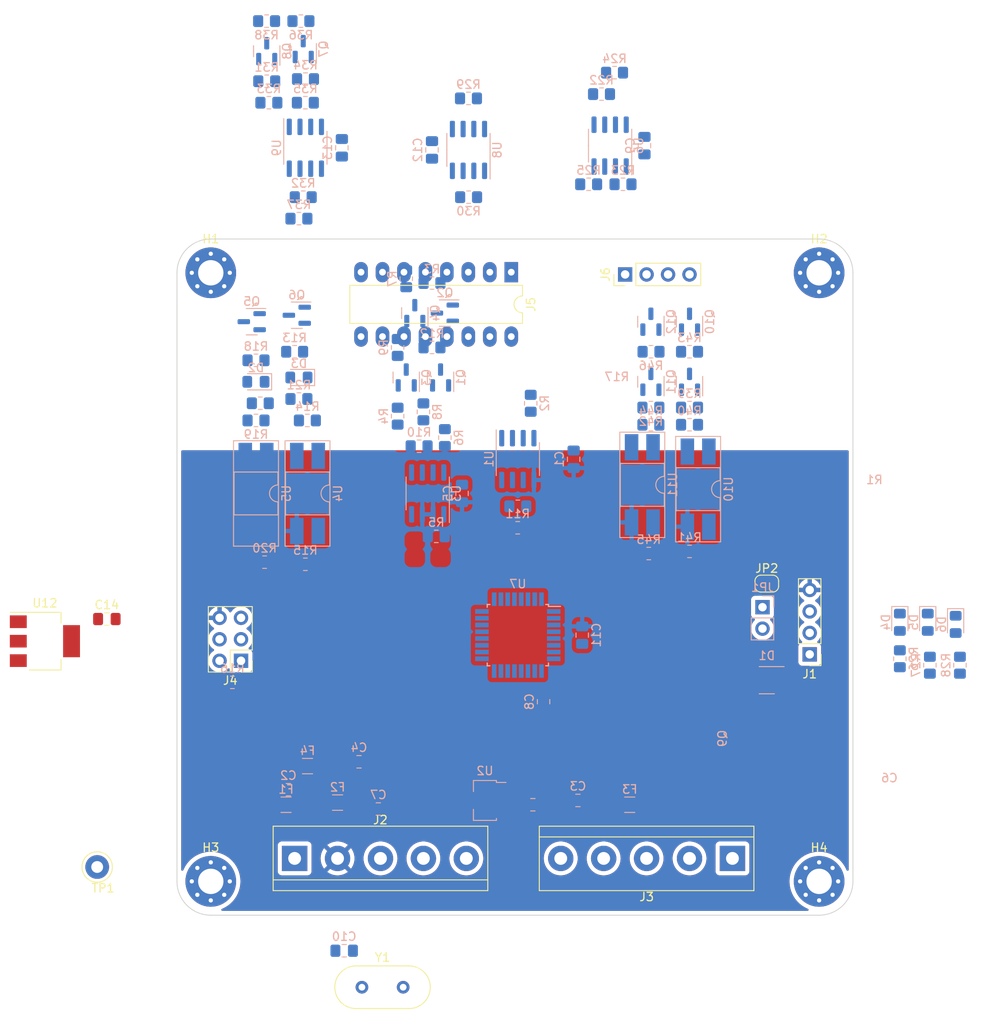
<source format=kicad_pcb>
(kicad_pcb (version 20211014) (generator pcbnew)
  (layers (0 "F.Cu" signal) (31 "B.Cu" signal) (34 "B.Paste" user) (35 "F.Paste" user) (36 "B.SilkS" user "B.Silkscreen") (37 "F.SilkS" user "F.Silkscreen") (38 "B.Mask" user) (39 "F.Mask" user) (44 "Edge.Cuts" user))
  (net 0 "")
  (net 1 "5VPH")
  (net 2 "0PH")
  (net 3 "V+")
  (net 4 "0V+")
  (net 5 "VDO")
  (net 6 "VCC")
  (net 7 "GND")
  (net 8 "VPH")
  (net 9 "TX")
  (net 10 "RX")
  (net 11 "Net-(D4-Pad2)")
  (net 12 "MISO")
  (net 13 "SCK")
  (net 14 "MOSI")
  (net 15 "RESET")
  (net 16 "/STROBE")
  (net 17 "/DATOT")
  (net 18 "/CLOCKS")
  (net 19 "/PARSER")
  (net 20 "/DATOS")
  (net 21 "/CLOCKT")
  (net 22 "/Z")
  (net 23 "/P")
  (net 24 "/IP")
  (net 25 "/ID")
  (net 26 "/REL1")
  (net 27 "/REL2")
  (net 28 "Net-(Q1-Pad1)")
  (net 29 "Net-(C10-Pad1)")
  (net 30 "Net-(Q3-Pad1)")
  (net 31 "Net-(C11-Pad1)")
  (net 34 "Net-(Q9-Pad1)")
  (net 36 "Net-(D5-Pad2)")
  (net 37 "LEDG")
  (net 38 "LEDY")
  (net 39 "Net-(D6-Pad2)")
  (net 40 "MPARSER")
  (net 41 "Net-(J1-Pad1)")
  (net 42 "LEDR")
  (net 43 "MZ")
  (net 44 "MP")
  (net 45 "MREL1")
  (net 48 "Net-(R23-Pad1)")
  (net 50 "MREL2")
  (net 51 "Net-(J4-Pad2)")
  (net 52 "MSTROBE")
  (net 54 "MID")
  (net 57 "Net-(C2-Pad1)")
  (net 58 "MIP")
  (net 59 "Net-(R35-Pad2)")
  (net 65 "Net-(Q1-Pad3)")
  (net 66 "Net-(Q3-Pad3)")
  (net 67 "Net-(F1-Pad1)")
  (net 68 "Net-(Q5-Pad1)")
  (net 69 "Net-(Q6-Pad1)")
  (net 70 "Net-(Q7-Pad1)")
  (net 71 "Net-(Q11-Pad1)")
  (net 72 "Net-(Q11-Pad3)")
  (net 73 "Net-(R2-Pad1)")
  (net 74 "Net-(R5-Pad1)")
  (net 75 "Net-(Q8-Pad1)")
  (net 76 "Net-(Q10-Pad1)")
  (net 77 "Net-(R11-Pad1)")
  (net 78 "Net-(R14-Pad2)")
  (net 79 "Net-(R15-Pad1)")
  (net 80 "Net-(R19-Pad2)")
  (net 81 "Net-(R20-Pad1)")
  (net 82 "Net-(R25-Pad1)")
  (net 83 "Net-(R30-Pad1)")
  (net 84 "Net-(R32-Pad1)")
  (net 85 "Net-(R33-Pad2)")
  (net 86 "Net-(R37-Pad1)")
  (net 87 "Net-(R40-Pad2)")
  (net 88 "Net-(R41-Pad2)")
  (net 89 "Net-(R44-Pad2)")
  (net 90 "Net-(R45-Pad2)")
  (net 101 "Net-(R6-Pad2)")
  (net 102 "Net-(R10-Pad2)")
  (footprint "Package_DIP:DIP-16_W7.62mm_LongPads" (layer "F.Cu") (at 179.563 43.927 -90)
    (fp_text reference "J5" (at 3.81 -2.33 -90) (layer "F.SilkS"))
    (fp_text value "DIL8")
    (pad "1" thru_hole rect (at 0 0 270) (size 2.4 1.6) (drill 0.8) (layers *.Cu *.Mask) (net 16 "/STROBE"))
    (pad "2" thru_hole oval (at 0 2.54 270) (size 2.4 1.6) (drill 0.8) (layers *.Cu *.Mask) (net 17 "/DATOT"))
    (pad "3" thru_hole oval (at 0 5.08 270) (size 2.4 1.6) (drill 0.8) (layers *.Cu *.Mask) (net 18 "/CLOCKS"))
    (pad "4" thru_hole oval (at 0 7.62 270) (size 2.4 1.6) (drill 0.8) (layers *.Cu *.Mask) (net 19 "/PARSER"))
    (pad "5" thru_hole oval (at 0 10.16 270) (size 2.4 1.6) (drill 0.8) (layers *.Cu *.Mask) (net 20 "/DATOS"))
    (pad "6" thru_hole oval (at 0 12.7 270) (size 2.4 1.6) (drill 0.8) (layers *.Cu *.Mask) (net 21 "/CLOCKT"))
    (pad "7" thru_hole oval (at 0 15.24 270) (size 2.4 1.6) (drill 0.8) (layers *.Cu *.Mask) (net 22 "/Z"))
    (pad "8" thru_hole oval (at 0 17.78 270) (size 2.4 1.6) (drill 0.8) (layers *.Cu *.Mask) (net 23 "/P"))
    (pad "9" thru_hole oval (at 7.62 17.78 270) (size 2.4 1.6) (drill 0.8) (layers *.Cu *.Mask) (net 2 "0PH"))
    (pad "10" thru_hole oval (at 7.62 15.24 270) (size 2.4 1.6) (drill 0.8) (layers *.Cu *.Mask))
    (pad "11" thru_hole oval (at 7.62 12.7 270) (size 2.4 1.6) (drill 0.8) (layers *.Cu *.Mask))
    (pad "12" thru_hole oval (at 7.62 10.16 270) (size 2.4 1.6) (drill 0.8) (layers *.Cu *.Mask))
    (pad "13" thru_hole oval (at 7.62 7.62 270) (size 2.4 1.6) (drill 0.8) (layers *.Cu *.Mask))
    (pad "14" thru_hole oval (at 7.62 5.08 270) (size 2.4 1.6) (drill 0.8) (layers *.Cu *.Mask) (net 24 "/IP"))
    (pad "15" thru_hole oval (at 7.62 2.54 270) (size 2.4 1.6) (drill 0.8) (layers *.Cu *.Mask) (net 25 "/ID"))
    (pad "16" thru_hole oval (at 7.62 0 270) (size 2.4 1.6) (drill 0.8) (layers *.Cu *.Mask) (net 8 "VPH"))
  )
  (footprint "Jumper:SolderJumper-2_P1.3mm_Open_RoundedPad1.0x1.5mm" (layer "F.Cu") (at 209.804 80.772)
    (fp_text reference "JP2" (at 0 -1.8) (layer "F.SilkS"))
    (fp_text value "SJ2O")
    (pad "1" smd custom (at -0.65 0) (size 1 0.5) (layers "F.Cu" "F.Mask") (net 51 "Net-(J4-Pad2)") (options (clearance outline) (anchor rect)) (primitives (gr_circle (center 0 0.25) (end 0.5 0.25) (width 0) (fill yes)) (gr_circle (center 0 -0.25) (end 0.5 -0.25) (width 0) (fill yes)) (gr_poly (pts (xy 0.5 0.75) (xy 0 0.75) (xy 0 -0.75) (xy 0.5 -0.75)) (width 0) (fill yes))))
    (pad "2" smd custom (at 0.65 0) (size 1 0.5) (layers "F.Cu" "F.Mask") (net 6 "VCC") (options (clearance outline) (anchor rect)) (primitives (gr_circle (center 0 0.25) (end 0.5 0.25) (width 0) (fill yes)) (gr_circle (center 0 -0.25) (end 0.5 -0.25) (width 0) (fill yes)) (gr_poly (pts (xy 0 0.75) (xy -0.5 0.75) (xy -0.5 -0.75) (xy 0 -0.75)) (width 0) (fill yes))))
  )
  (footprint "Package_TO_SOT_SMD:SOT-223-3_TabPin2" (layer "F.Cu") (at 124.369 87.583)
    (fp_text reference "U12" (at 0 -4.5) (layer "F.SilkS"))
    (fp_text value "AMS1117-3.3")
    (pad "1" smd rect (at -3.15 -2.3) (size 2 1.5) (layers "F.Cu" "F.Paste" "F.Mask") (net 7 "GND"))
    (pad "2" smd rect (at -3.15 0) (size 2 1.5) (layers "F.Cu" "F.Paste" "F.Mask") (net 6 "VCC"))
    (pad "2" smd rect (at 3.15 0) (size 2 3.8) (layers "F.Cu" "F.Paste" "F.Mask") (net 6 "VCC"))
    (pad "3" smd rect (at -3.15 2.3) (size 2 1.5) (layers "F.Cu" "F.Paste" "F.Mask") (net 57 "Net-(C2-Pad1)"))
  )
  (footprint "MountingHole:MountingHole_3mm_Pad_Via" (layer "F.Cu") (at 216 116)
    (fp_text reference "H4" (at 0 -4) (layer "F.SilkS"))
    (fp_text value "MH")
    (pad "1" thru_hole circle (at 0 2.25) (size 0.8 0.8) (drill 0.5) (layers *.Cu *.Mask))
    (pad "1" thru_hole circle (at 2.25 0) (size 0.8 0.8) (drill 0.5) (layers *.Cu *.Mask))
    (pad "1" thru_hole circle (at -1.59099 1.59099) (size 0.8 0.8) (drill 0.5) (layers *.Cu *.Mask))
    (pad "1" thru_hole circle (at 1.59099 1.59099) (size 0.8 0.8) (drill 0.5) (layers *.Cu *.Mask))
    (pad "1" thru_hole circle (at 1.59099 -1.59099) (size 0.8 0.8) (drill 0.5) (layers *.Cu *.Mask))
    (pad "1" thru_hole circle (at -2.25 0) (size 0.8 0.8) (drill 0.5) (layers *.Cu *.Mask))
    (pad "1" thru_hole circle (at 0 -2.25) (size 0.8 0.8) (drill 0.5) (layers *.Cu *.Mask))
    (pad "1" thru_hole circle (at 0 0) (size 6 6) (drill 3) (layers *.Cu *.Mask))
    (pad "1" thru_hole circle (at -1.59099 -1.59099) (size 0.8 0.8) (drill 0.5) (layers *.Cu *.Mask))
  )
  (footprint "MountingHole:MountingHole_3mm_Pad_Via" (layer "F.Cu") (at 216 44)
    (fp_text reference "H2" (at 0 -4) (layer "F.SilkS"))
    (fp_text value "MH")
    (pad "1" thru_hole circle (at 2.25 0) (size 0.8 0.8) (drill 0.5) (layers *.Cu *.Mask))
    (pad "1" thru_hole circle (at 0 0) (size 6 6) (drill 3) (layers *.Cu *.Mask))
    (pad "1" thru_hole circle (at -1.59099 -1.59099) (size 0.8 0.8) (drill 0.5) (layers *.Cu *.Mask))
    (pad "1" thru_hole circle (at 0 -2.25) (size 0.8 0.8) (drill 0.5) (layers *.Cu *.Mask))
    (pad "1" thru_hole circle (at 1.59099 1.59099) (size 0.8 0.8) (drill 0.5) (layers *.Cu *.Mask))
    (pad "1" thru_hole circle (at 0 2.25) (size 0.8 0.8) (drill 0.5) (layers *.Cu *.Mask))
    (pad "1" thru_hole circle (at 1.59099 -1.59099) (size 0.8 0.8) (drill 0.5) (layers *.Cu *.Mask))
    (pad "1" thru_hole circle (at -1.59099 1.59099) (size 0.8 0.8) (drill 0.5) (layers *.Cu *.Mask))
    (pad "1" thru_hole circle (at -2.25 0) (size 0.8 0.8) (drill 0.5) (layers *.Cu *.Mask))
  )
  (footprint "TerminalBlock:TerminalBlock_bornier-5_P5.08mm" (layer "F.Cu") (at 153.924 113.284)
    (fp_text reference "J2" (at 10.15 -4.55) (layer "F.SilkS"))
    (fp_text value "A5081WV-5P")
    (pad "1" thru_hole rect (at 0 0) (size 3 3) (drill 1.52) (layers *.Cu *.Mask) (net 67 "Net-(F1-Pad1)"))
    (pad "2" thru_hole circle (at 5.08 0) (size 3 3) (drill 1.52) (layers *.Cu *.Mask) (net 7 "GND"))
    (pad "3" thru_hole circle (at 10.16 0) (size 3 3) (drill 1.52) (layers *.Cu *.Mask) (net 2 "0PH"))
    (pad "4" thru_hole circle (at 15.24 0) (size 3 3) (drill 1.52) (layers *.Cu *.Mask) (net 8 "VPH"))
    (pad "5" thru_hole circle (at 20.32 0) (size 3 3) (drill 1.52) (layers *.Cu *.Mask))
  )
  (footprint "TerminalBlock:TerminalBlock_bornier-5_P5.08mm" (layer "F.Cu") (at 205.74 113.284 180)
    (fp_text reference "J3" (at 10.15 -4.55) (layer "F.SilkS"))
    (fp_text value "A5081WR-5P")
    (pad "1" thru_hole rect (at 0 0 180) (size 3 3) (drill 1.52) (layers *.Cu *.Mask))
    (pad "2" thru_hole circle (at 5.08 0 180) (size 3 3) (drill 1.52) (layers *.Cu *.Mask))
    (pad "3" thru_hole circle (at 10.16 0 180) (size 3 3) (drill 1.52) (layers *.Cu *.Mask) (net 3 "V+"))
    (pad "4" thru_hole circle (at 15.24 0 180) (size 3 3) (drill 1.52) (layers *.Cu *.Mask) (net 4 "0V+"))
    (pad "5" thru_hole circle (at 20.32 0 180) (size 3 3) (drill 1.52) (layers *.Cu *.Mask) (net 5 "VDO"))
  )
  (footprint "Connector_PinHeader_2.54mm:PinHeader_2x03_P2.54mm_Vertical" (layer "F.Cu") (at 147.579 89.901 180)
    (fp_text reference "J4" (at 1.27 -2.33) (layer "F.SilkS"))
    (fp_text value "AVR-ISP-6")
    (pad "1" thru_hole rect (at 0 0 180) (size 1.7 1.7) (drill 1) (layers *.Cu *.Mask) (net 12 "MISO"))
    (pad "2" thru_hole oval (at 2.54 0 180) (size 1.7 1.7) (drill 1) (layers *.Cu *.Mask) (net 51 "Net-(J4-Pad2)"))
    (pad "3" thru_hole oval (at 0 2.54 180) (size 1.7 1.7) (drill 1) (layers *.Cu *.Mask) (net 13 "SCK"))
    (pad "4" thru_hole oval (at 2.54 2.54 180) (size 1.7 1.7) (drill 1) (layers *.Cu *.Mask) (net 14 "MOSI"))
    (pad "5" thru_hole oval (at 0 5.08 180) (size 1.7 1.7) (drill 1) (layers *.Cu *.Mask) (net 15 "RESET"))
    (pad "6" thru_hole oval (at 2.54 5.08 180) (size 1.7 1.7) (drill 1) (layers *.Cu *.Mask) (net 7 "GND"))
  )
  (footprint "Connector_PinHeader_2.54mm:PinHeader_1x04_P2.54mm_Vertical" (layer "F.Cu") (at 214.884 89.144 180)
    (fp_text reference "J1" (at 0 -2.33 180) (layer "F.SilkS"))
    (fp_text value "Conn_01x04")
    (pad "1" thru_hole rect (at 0 0 180) (size 1.7 1.7) (drill 1) (layers *.Cu *.Mask) (net 41 "Net-(J1-Pad1)"))
    (pad "2" thru_hole oval (at 0 2.54 180) (size 1.7 1.7) (drill 1) (layers *.Cu *.Mask) (net 10 "RX"))
    (pad "3" thru_hole oval (at 0 5.08 180) (size 1.7 1.7) (drill 1) (layers *.Cu *.Mask) (net 9 "TX"))
    (pad "4" thru_hole oval (at 0 7.62 180) (size 1.7 1.7) (drill 1) (layers *.Cu *.Mask) (net 7 "GND"))
  )
  (footprint "Crystal:Crystal_HC49-U_Vertical" (layer "F.Cu") (at 161.888 128.524)
    (fp_text reference "Y1" (at 2.44 -3.525) (layer "F.SilkS"))
    (fp_text value "14.7456 MHz")
    (pad "1" thru_hole circle (at 0 0) (size 1.5 1.5) (drill 0.8) (layers *.Cu *.Mask) (net 31 "Net-(C11-Pad1)"))
    (pad "2" thru_hole circle (at 4.88 0) (size 1.5 1.5) (drill 0.8) (layers *.Cu *.Mask) (net 29 "Net-(C10-Pad1)"))
  )
  (footprint "MountingHole:MountingHole_3mm_Pad_Via" (layer "F.Cu") (at 144 44)
    (fp_text reference "H1" (at 0 -4) (layer "F.SilkS"))
    (fp_text value "MH")
    (pad "1" thru_hole circle (at -1.59099 1.59099) (size 0.8 0.8) (drill 0.5) (layers *.Cu *.Mask))
    (pad "1" thru_hole circle (at 0 0) (size 6 6) (drill 3) (layers *.Cu *.Mask))
    (pad "1" thru_hole circle (at -2.25 0) (size 0.8 0.8) (drill 0.5) (layers *.Cu *.Mask))
    (pad "1" thru_hole circle (at -1.59099 -1.59099) (size 0.8 0.8) (drill 0.5) (layers *.Cu *.Mask))
    (pad "1" thru_hole circle (at 0 2.25) (size 0.8 0.8) (drill 0.5) (layers *.Cu *.Mask))
    (pad "1" thru_hole circle (at 0 -2.25) (size 0.8 0.8) (drill 0.5) (layers *.Cu *.Mask))
    (pad "1" thru_hole circle (at 1.59099 1.59099) (size 0.8 0.8) (drill 0.5) (layers *.Cu *.Mask))
    (pad "1" thru_hole circle (at 2.25 0) (size 0.8 0.8) (drill 0.5) (layers *.Cu *.Mask))
    (pad "1" thru_hole circle (at 1.59099 -1.59099) (size 0.8 0.8) (drill 0.5) (layers *.Cu *.Mask))
  )
  (footprint "TestPoint:TestPoint_Loop_D3.50mm_Drill1.4mm_Beaded" (layer "F.Cu") (at 130.556 114.3)
    (fp_text reference "TP1" (at 0.7 2.5) (layer "F.SilkS"))
    (fp_text value "TP")
    (pad "1" thru_hole circle (at 0 0) (size 2.8 2.8) (drill 1.4) (layers *.Cu *.Mask) (net 7 "GND"))
  )
  (footprint "MountingHole:MountingHole_3mm_Pad_Via" (layer "F.Cu") (at 144 116)
    (fp_text reference "H3" (at 0 -4) (layer "F.SilkS"))
    (fp_text value "MH")
    (pad "1" thru_hole circle (at -2.25 0) (size 0.8 0.8) (drill 0.5) (layers *.Cu *.Mask))
    (pad "1" thru_hole circle (at 0 -2.25) (size 0.8 0.8) (drill 0.5) (layers *.Cu *.Mask))
    (pad "1" thru_hole circle (at 1.59099 1.59099) (size 0.8 0.8) (drill 0.5) (layers *.Cu *.Mask))
    (pad "1" thru_hole circle (at -1.59099 -1.59099) (size 0.8 0.8) (drill 0.5) (layers *.Cu *.Mask))
    (pad "1" thru_hole circle (at 0 0) (size 6 6) (drill 3) (layers *.Cu *.Mask))
    (pad "1" thru_hole circle (at 0 2.25) (size 0.8 0.8) (drill 0.5) (layers *.Cu *.Mask))
    (pad "1" thru_hole circle (at -1.59099 1.59099) (size 0.8 0.8) (drill 0.5) (layers *.Cu *.Mask))
    (pad "1" thru_hole circle (at 2.25 0) (size 0.8 0.8) (drill 0.5) (layers *.Cu *.Mask))
    (pad "1" thru_hole circle (at 1.59099 -1.59099) (size 0.8 0.8) (drill 0.5) (layers *.Cu *.Mask))
  )
  (footprint "Capacitor_SMD:C_0805_2012Metric_Pad1.18x1.45mm_HandSolder" (layer "F.Cu") (at 131.699 84.963)
    (fp_text reference "C14" (at 0 -1.68) (layer "F.SilkS"))
    (fp_text value "10u")
    (pad "1" smd roundrect (at -1.0375 0) (size 1.175 1.45) (layers "F.Cu" "F.Paste" "F.Mask") (roundrect_rratio 0.212766) (net 6 "VCC"))
    (pad "2" smd roundrect (at 1.0375 0) (size 1.175 1.45) (layers "F.Cu" "F.Paste" "F.Mask") (roundrect_rratio 0.212766) (net 7 "GND"))
  )
  (footprint "Connector_PinHeader_2.54mm:PinHeader_1x04_P2.54mm_Vertical" (layer "F.Cu") (at 193.04 44.196 90)
    (fp_text reference "J6" (at 0 -2.33 90) (layer "F.SilkS"))
    (fp_text value "Conn_01x04")
    (pad "1" thru_hole rect (at 0 0 90) (size 1.7 1.7) (drill 1) (layers *.Cu *.Mask) (net 5 "VDO"))
    (pad "2" thru_hole oval (at 0 2.54 90) (size 1.7 1.7) (drill 1) (layers *.Cu *.Mask) (net 26 "/REL1"))
    (pad "3" thru_hole oval (at 0 5.08 90) (size 1.7 1.7) (drill 1) (layers *.Cu *.Mask) (net 27 "/REL2"))
    (pad "4" thru_hole oval (at 0 7.62 90) (size 1.7 1.7) (drill 1) (layers *.Cu *.Mask))
  )
  (footprint "Fuse:Fuse_1206_3216Metric_Pad1.42x1.75mm_HandSolder" (layer "B.Cu") (at 152.908 106.934 180)
    (fp_text reference "F1" (at 0 1.82) (layer "B.SilkS") (effects (justify mirror)))
    (fp_text value "200mA")
    (pad "1" smd roundrect (at -1.4875 0 180) (size 1.425 1.75) (layers "B.Cu" "B.Paste" "B.Mask") (roundrect_rratio 0.175439) (net 67 "Net-(F1-Pad1)"))
    (pad "2" smd roundrect (at 1.4875 0 180) (size 1.425 1.75) (layers "B.Cu" "B.Paste" "B.Mask") (roundrect_rratio 0.175439) (net 57 "Net-(C2-Pad1)"))
  )
  (footprint "Capacitor_SMD:C_0805_2012Metric_Pad1.18x1.45mm_HandSolder" (layer "B.Cu") (at 153.1835 105.156 180)
    (fp_text reference "C2" (at 0 1.68) (layer "B.SilkS") (effects (justify mirror)))
    (fp_text value "22u/25V")
    (pad "1" smd roundrect (at -1.0375 0 180) (size 1.175 1.45) (layers "B.Cu" "B.Paste" "B.Mask") (roundrect_rratio 0.212766) (net 57 "Net-(C2-Pad1)"))
    (pad "2" smd roundrect (at 1.0375 0 180) (size 1.175 1.45) (layers "B.Cu" "B.Paste" "B.Mask") (roundrect_rratio 0.212766) (net 7 "GND"))
  )
  (footprint "Resistor_SMD:R_0805_2012Metric_Pad1.20x1.40mm_HandSolder" (layer "B.Cu") (at 192.786 33.528 180)
    (fp_text reference "R23" (at 0 1.65) (layer "B.SilkS") (effects (justify mirror)))
    (fp_text value "470R")
    (pad "1" smd roundrect (at -1 0 180) (size 1.2 1.4) (layers "B.Cu" "B.Paste" "B.Mask") (roundrect_rratio 0.208333) (net 48 "Net-(R23-Pad1)"))
    (pad "2" smd roundrect (at 1 0 180) (size 1.2 1.4) (layers "B.Cu" "B.Paste" "B.Mask") (roundrect_rratio 0.208333) (net 14 "MOSI"))
  )
  (footprint "Resistor_SMD:R_0805_2012Metric_Pad1.20x1.40mm_HandSolder" (layer "B.Cu") (at 149.86 59.436 180)
    (fp_text reference "R17" (at -42.200498 3.134) (layer "B.SilkS") (effects (justify mirror)))
    (fp_text value "10k")
    (pad "1" smd roundrect (at -1 0 180) (size 1.2 1.4) (layers "B.Cu" "B.Paste" "B.Mask") (roundrect_rratio 0.208333) (net 8 "VPH"))
    (pad "2" smd roundrect (at 1 0 180) (size 1.2 1.4) (layers "B.Cu" "B.Paste" "B.Mask") (roundrect_rratio 0.208333) (net 69 "Net-(Q6-Pad1)"))
  )
  (footprint "Capacitor_SMD:C_0805_2012Metric_Pad1.18x1.45mm_HandSolder" (layer "B.Cu") (at 186.944 66.0615 -90)
    (fp_text reference "C1" (at 0 1.68 -270) (layer "B.SilkS") (effects (justify mirror)))
    (fp_text value "100n")
    (pad "1" smd roundrect (at -1.0375 0 270) (size 1.175 1.45) (layers "B.Cu" "B.Paste" "B.Mask") (roundrect_rratio 0.212766) (net 6 "VCC"))
    (pad "2" smd roundrect (at 1.0375 0 270) (size 1.175 1.45) (layers "B.Cu" "B.Paste" "B.Mask") (roundrect_rratio 0.212766) (net 7 "GND"))
  )
  (footprint "Package_TO_SOT_SMD:SOT-23" (layer "B.Cu") (at 196.088 49.784 90)
    (fp_text reference "Q12" (at 0 2.4 90) (layer "B.SilkS") (effects (justify mirror)))
    (fp_text value "AO3400A")
    (pad "1" smd roundrect (at -0.9375 0.95 90) (size 1.475 0.6) (layers "B.Cu" "B.Paste" "B.Mask") (net 72 "Net-(Q11-Pad3)"))
    (pad "2" smd roundrect (at -0.9375 -0.95 90) (size 1.475 0.6) (layers "B.Cu" "B.Paste" "B.Mask") (net 4 "0V+"))
    (pad "3" smd roundrect (at 0.9375 0 90) (size 1.475 0.6) (layers "B.Cu" "B.Paste" "B.Mask") (net 27 "/REL2"))
  )
  (footprint "Capacitor_SMD:C_0805_2012Metric_Pad1.18x1.45mm_HandSolder" (layer "B.Cu") (at 170.18 29.464 -90)
    (fp_text reference "C12" (at 0 1.68 -270) (layer "B.SilkS") (effects (justify mirror)))
    (fp_text value "100n")
    (pad "1" smd roundrect (at -1.0375 0 270) (size 1.175 1.45) (layers "B.Cu" "B.Paste" "B.Mask") (roundrect_rratio 0.212766) (net 3 "V+"))
    (pad "2" smd roundrect (at 1.0375 0 270) (size 1.175 1.45) (layers "B.Cu" "B.Paste" "B.Mask") (roundrect_rratio 0.212766) (net 4 "0V+"))
  )
  (footprint "Resistor_SMD:R_0805_2012Metric_Pad1.20x1.40mm_HandSolder" (layer "B.Cu") (at 154.94 35.052 180)
    (fp_text reference "R32" (at 0 1.65) (layer "B.SilkS") (effects (justify mirror)))
    (fp_text value "470R")
    (pad "1" smd roundrect (at -1 0 180) (size 1.2 1.4) (layers "B.Cu" "B.Paste" "B.Mask") (roundrect_rratio 0.208333) (net 84 "Net-(R32-Pad1)"))
    (pad "2" smd roundrect (at 1 0 180) (size 1.2 1.4) (layers "B.Cu" "B.Paste" "B.Mask") (roundrect_rratio 0.208333) (net 54 "MID"))
  )
  (footprint "Resistor_SMD:R_0805_2012Metric_Pad1.20x1.40mm_HandSolder" (layer "B.Cu") (at 169.164 60.452 90)
    (fp_text reference "R8" (at 0 1.65 90) (layer "B.SilkS") (effects (justify mirror)))
    (fp_text value "10k")
    (pad "1" smd roundrect (at -1 0 90) (size 1.2 1.4) (layers "B.Cu" "B.Paste" "B.Mask") (roundrect_rratio 0.208333) (net 1 "5VPH"))
    (pad "2" smd roundrect (at 1 0 90) (size 1.2 1.4) (layers "B.Cu" "B.Paste" "B.Mask") (roundrect_rratio 0.208333) (net 30 "Net-(Q3-Pad1)"))
  )
  (footprint "Package_TO_SOT_SMD:SOT-89-3" (layer "B.Cu") (at 176.7455 106.426 180)
    (fp_text reference "U2" (at 0.3 3.5) (layer "B.SilkS") (effects (justify mirror)))
    (fp_text value "L78L05_SOT89")
    (pad "1" smd rect (at -1.65 1.5 180) (size 1.3 0.9) (layers "B.Cu" "B.Paste" "B.Mask") (net 1 "5VPH"))
    (pad "2" smd custom (at -1.5625 0 180) (size 1.475 0.9) (layers "B.Cu" "B.Paste" "B.Mask") (net 2 "0PH") (options (clearance outline) (anchor rect)) (primitives (gr_poly (pts (xy 3.8625 -0.8665) (xy 0.7375 -0.8665) (xy 0.7375 0.8665) (xy 3.8625 0.8665)) (width 0) (fill yes))))
    (pad "3" smd rect (at -1.65 -1.5 180) (size 1.3 0.9) (layers "B.Cu" "B.Paste" "B.Mask") (net 8 "VPH"))
  )
  (footprint "Resistor_SMD:R_0805_2012Metric_Pad1.20x1.40mm_HandSolder" (layer "B.Cu") (at 200.66 53.34 180)
    (fp_text reference "R43" (at 0 1.65) (layer "B.SilkS") (effects (justify mirror)))
    (fp_text value "10k")
    (pad "1" smd roundrect (at -1 0 180) (size 1.2 1.4) (layers "B.Cu" "B.Paste" "B.Mask") (roundrect_rratio 0.208333) (net 4 "0V+"))
    (pad "2" smd roundrect (at 1 0 180) (size 1.2 1.4) (layers "B.Cu" "B.Paste" "B.Mask") (roundrect_rratio 0.208333) (net 76 "Net-(Q10-Pad1)"))
  )
  (footprint "Capacitor_SMD:C_0805_2012Metric_Pad1.18x1.45mm_HandSolder" (layer "B.Cu") (at 195.326 28.956 -90)
    (fp_text reference "C9" (at 0 1.68 -270) (layer "B.SilkS") (effects (justify mirror)))
    (fp_text value "100n")
    (pad "1" smd roundrect (at -1.0375 0 270) (size 1.175 1.45) (layers "B.Cu" "B.Paste" "B.Mask") (roundrect_rratio 0.212766) (net 3 "V+"))
    (pad "2" smd roundrect (at 1.0375 0 270) (size 1.175 1.45) (layers "B.Cu" "B.Paste" "B.Mask") (roundrect_rratio 0.212766) (net 4 "0V+"))
  )
  (footprint "Resistor_SMD:R_0805_2012Metric_Pad1.20x1.40mm_HandSolder" (layer "B.Cu") (at 170.688 75.184 180)
    (fp_text reference "R5" (at 0 1.65) (layer "B.SilkS") (effects (justify mirror)))
    (fp_text value "470R")
    (pad "1" smd roundrect (at -1 0 180) (size 1.2 1.4) (layers "B.Cu" "B.Paste" "B.Mask") (roundrect_rratio 0.208333) (net 74 "Net-(R5-Pad1)"))
    (pad "2" smd roundrect (at 1 0 180) (size 1.2 1.4) (layers "B.Cu" "B.Paste" "B.Mask") (roundrect_rratio 0.208333) (net 40 "MPARSER"))
  )
  (footprint "Package_TO_SOT_SMD:SOT-23" (layer "B.Cu") (at 148.844 49.784 180)
    (fp_text reference "Q5" (at 0 2.4) (layer "B.SilkS") (effects (justify mirror)))
    (fp_text value "AO3401A")
    (pad "1" smd roundrect (at -0.9375 0.95 180) (size 1.475 0.6) (layers "B.Cu" "B.Paste" "B.Mask") (net 68 "Net-(Q5-Pad1)"))
    (pad "2" smd roundrect (at -0.9375 -0.95 180) (size 1.475 0.6) (layers "B.Cu" "B.Paste" "B.Mask") (net 8 "VPH"))
    (pad "3" smd roundrect (at 0.9375 0 180) (size 1.475 0.6) (layers "B.Cu" "B.Paste" "B.Mask") (net 23 "/P"))
  )
  (footprint "Resistor_SMD:R_0805_2012Metric_Pad1.20x1.40mm_HandSolder" (layer "B.Cu") (at 166.116 60.96 -90)
    (fp_text reference "R4" (at 0 1.65 -270) (layer "B.SilkS") (effects (justify mirror)))
    (fp_text value "10k")
    (pad "1" smd roundrect (at -1 0 270) (size 1.2 1.4) (layers "B.Cu" "B.Paste" "B.Mask") (roundrect_rratio 0.208333) (net 1 "5VPH"))
    (pad "2" smd roundrect (at 1 0 270) (size 1.2 1.4) (layers "B.Cu" "B.Paste" "B.Mask") (roundrect_rratio 0.208333) (net 28 "Net-(Q1-Pad1)"))
  )
  (footprint "Package_QFP:TQFP-32_7x7mm_P0.8mm" (layer "B.Cu") (at 180.34 86.868 180)
    (fp_text reference "U7" (at 0 6.05) (layer "B.SilkS") (effects (justify mirror)))
    (fp_text value "ATmega328P-A")
    (pad "1" smd rect (at -4.25 2.8 180) (size 1.6 0.55) (layers "B.Cu" "B.Paste" "B.Mask") (net 43 "MZ"))
    (pad "2" smd rect (at -4.25 2 180) (size 1.6 0.55) (layers "B.Cu" "B.Paste" "B.Mask") (net 44 "MP"))
    (pad "3" smd rect (at -4.25 1.2 180) (size 1.6 0.55) (layers "B.Cu" "B.Paste" "B.Mask") (net 7 "GND"))
    (pad "4" smd rect (at -4.25 0.4 180) (size 1.6 0.55) (layers "B.Cu" "B.Paste" "B.Mask") (net 6 "VCC"))
    (pad "5" smd rect (at -4.25 -0.4 180) (size 1.6 0.55) (layers "B.Cu" "B.Paste" "B.Mask") (net 7 "GND"))
    (pad "6" smd rect (at -4.25 -1.2 180) (size 1.6 0.55) (layers "B.Cu" "B.Paste" "B.Mask") (net 6 "VCC"))
    (pad "7" smd rect (at -4.25 -2 180) (size 1.6 0.55) (layers "B.Cu" "B.Paste" "B.Mask") (net 29 "Net-(C10-Pad1)"))
    (pad "8" smd rect (at -4.25 -2.8 180) (size 1.6 0.55) (layers "B.Cu" "B.Paste" "B.Mask") (net 31 "Net-(C11-Pad1)"))
    (pad "9" smd rect (at -2.8 -4.25 90) (size 1.6 0.55) (layers "B.Cu" "B.Paste" "B.Mask") (net 52 "MSTROBE"))
    (pad "10" smd rect (at -2 -4.25 90) (size 1.6 0.55) (layers "B.Cu" "B.Paste" "B.Mask") (net 45 "MREL1"))
    (pad "11" smd rect (at -1.2 -4.25 90) (size 1.6 0.55) (layers "B.Cu" "B.Paste" "B.Mask") (net 50 "MREL2"))
    (pad "12" smd rect (at -0.4 -4.25 90) (size 1.6 0.55) (layers "B.Cu" "B.Paste" "B.Mask"))
    (pad "13" smd rect (at 0.4 -4.25 90) (size 1.6 0.55) (layers "B.Cu" "B.Paste" "B.Mask"))
    (pad "14" smd rect (at 1.2 -4.25 90) (size 1.6 0.55) (layers "B.Cu" "B.Paste" "B.Mask"))
    (pad "15" smd rect (at 2 -4.25 90) (size 1.6 0.55) (layers "B.Cu" "B.Paste" "B.Mask") (net 14 "MOSI"))
    (pad "16" smd rect (at 2.8 -4.25 90) (size 1.6 0.55) (layers "B.Cu" "B.Paste" "B.Mask") (net 12 "MISO"))
    (pad "17" smd rect (at 4.25 -2.8 180) (size 1.6 0.55) (layers "B.Cu" "B.Paste" "B.Mask") (net 13 "SCK"))
    (pad "18" smd rect (at 4.25 -2 180) (size 1.6 0.55) (layers "B.Cu" "B.Paste" "B.Mask"))
    (pad "19" smd rect (at 4.25 -1.2 180) (size 1.6 0.55) (layers "B.Cu" "B.Paste" "B.Mask"))
    (pad "20" smd rect (at 4.25 -0.4 180) (size 1.6 0.55) (layers "B.Cu" "B.Paste" "B.Mask"))
    (pad "21" smd rect (at 4.25 0.4 180) (size 1.6 0.55) (layers "B.Cu" "B.Paste" "B.Mask") (net 7 "GND"))
    (pad "22" smd rect (at 4.25 1.2 180) (size 1.6 0.55) (layers "B.Cu" "B.Paste" "B.Mask"))
    (pad "23" smd rect (at 4.25 2 180) (size 1.6 0.55) (layers "B.Cu" "B.Paste" "B.Mask") (net 37 "LEDG"))
    (pad "24" smd rect (at 4.25 2.8 180) (size 1.6 0.55) (layers "B.Cu" "B.Paste" "B.Mask") (net 38 "LEDY"))
    (pad "25" smd rect (at 2.8 4.25 90) (size 1.6 0.55) (layers "B.Cu" "B.Paste" "B.Mask") (net 42 "LEDR"))
    (pad "26" smd rect (at 2 4.25 90) (size 1.6 0.55) (layers "B.Cu" "B.Paste" "B.Mask") (net 54 "MID"))
    (pad "27" smd rect (at 1.2 4.25 90) (size 1.6 0.55) (layers "B.Cu" "B.Paste" "B.Mask") (net 58 "MIP"))
    (pad "28" smd rect (at 0.4 4.25 90) (size 1.6 0.55) (layers "B.Cu" "B.Paste" "B.Mask"))
    (pad "29" smd rect (at -0.4 4.25 90) (size 1.6 0.55) (layers "B.Cu" "B.Paste" "B.Mask") (net 15 "RESET"))
    (pad "30" smd rect (at -1.2 4.25 90) (size 1.6 0.55) (layers "B.Cu" "B.Paste" "B.Mask") (net 10 "RX"))
    (pad "31" smd rect (at -2 4.25 90) (size 1.6 0.55) (layers "B.Cu" "B.Paste" "B.Mask") (net 9 "TX"))
    (pad "32" smd rect (at -2.8 4.25 90) (size 1.6 0.55) (layers "B.Cu" "B.Paste" "B.Mask") (net 40 "MPARSER"))
  )
  (footprint "Package_DIP:DIP-4_W8.89mm_SMDSocket_LongPads" (layer "B.Cu") (at 155.448 70.104 90)
    (fp_text reference "U4" (at 0 3.6 270) (layer "B.SilkS") (effects (justify mirror)))
    (fp_text value "PC817")
    (pad "1" smd rect (at -4.445 1.27 90) (size 3.1 1.6) (layers "B.Cu" "B.Paste" "B.Mask") (net 79 "Net-(R15-Pad1)"))
    (pad "2" smd rect (at -4.445 -1.27 90) (size 3.1 1.6) (layers "B.Cu" "B.Paste" "B.Mask") (net 7 "GND"))
    (pad "3" smd rect (at 4.445 -1.27 90) (size 3.1 1.6) (layers "B.Cu" "B.Paste" "B.Mask") (net 2 "0PH"))
    (pad "4" smd rect (at 4.445 1.27 90) (size 3.1 1.6) (layers "B.Cu" "B.Paste" "B.Mask") (net 78 "Net-(R14-Pad2)"))
  )
  (footprint "Resistor_SMD:R_0805_2012Metric_Pad1.20x1.40mm_HandSolder" (layer "B.Cu") (at 180.324 74.168 180)
    (fp_text reference "R11" (at 0 1.65) (layer "B.SilkS") (effects (justify mirror)))
    (fp_text value "470R")
    (pad "1" smd roundrect (at -1 0 180) (size 1.2 1.4) (layers "B.Cu" "B.Paste" "B.Mask") (roundrect_rratio 0.208333) (net 77 "Net-(R11-Pad1)"))
    (pad "2" smd roundrect (at 1 0 180) (size 1.2 1.4) (layers "B.Cu" "B.Paste" "B.Mask") (roundrect_rratio 0.208333) (net 13 "SCK"))
  )
  (footprint "Resistor_SMD:R_0805_2012Metric_Pad1.20x1.40mm_HandSolder" (layer "B.Cu") (at 188.722 33.528 180)
    (fp_text reference "R25" (at 0 1.65) (layer "B.SilkS") (effects (justify mirror)))
    (fp_text value "470R")
    (pad "1" smd roundrect (at -1 0 180) (size 1.2 1.4) (layers "B.Cu" "B.Paste" "B.Mask") (roundrect_rratio 0.208333) (net 82 "Net-(R25-Pad1)"))
    (pad "2" smd roundrect (at 1 0 180) (size 1.2 1.4) (layers "B.Cu" "B.Paste" "B.Mask") (roundrect_rratio 0.208333) (net 13 "SCK"))
  )
  (footprint "Resistor_SMD:R_0805_2012Metric_Pad1.20x1.40mm_HandSolder" (layer "B.Cu") (at 154.67 14.224)
    (fp_text reference "R36" (at 0 1.65) (layer "B.SilkS") (effects (justify mirror)))
    (fp_text value "10k")
    (pad "1" smd roundrect (at -1 0) (size 1.2 1.4) (layers "B.Cu" "B.Paste" "B.Mask") (roundrect_rratio 0.208333) (net 25 "/ID"))
    (pad "2" smd roundrect (at 1 0) (size 1.2 1.4) (layers "B.Cu" "B.Paste" "B.Mask") (roundrect_rratio 0.208333) (net 4 "0V+"))
  )
  (footprint "Resistor_SMD:R_0805_2012Metric_Pad1.20x1.40mm_HandSolder" (layer "B.Cu") (at 170.18 52.832 180)
    (fp_text reference "R12" (at 0 1.65) (layer "B.SilkS") (effects (justify mirror)))
    (fp_text value "10k")
    (pad "1" smd roundrect (at -1 0 180) (size 1.2 1.4) (layers "B.Cu" "B.Paste" "B.Mask") (roundrect_rratio 0.208333) (net 8 "VPH"))
    (pad "2" smd roundrect (at 1 0 180) (size 1.2 1.4) (layers "B.Cu" "B.Paste" "B.Mask") (roundrect_rratio 0.208333) (net 66 "Net-(Q3-Pad3)"))
  )
  (footprint "Resistor_SMD:R_0805_2012Metric_Pad1.20x1.40mm_HandSolder" (layer "B.Cu") (at 170.18 45.212 180)
    (fp_text reference "R3" (at 0 1.65) (layer "B.SilkS") (effects (justify mirror)))
    (fp_text value "10k")
    (pad "1" smd roundrect (at -1 0 180) (size 1.2 1.4) (layers "B.Cu" "B.Paste" "B.Mask") (roundrect_rratio 0.208333) (net 19 "/PARSER"))
    (pad "2" smd roundrect (at 1 0 180) (size 1.2 1.4) (layers "B.Cu" "B.Paste" "B.Mask") (roundrect_rratio 0.208333) (net 8 "VPH"))
  )
  (footprint "Resistor_SMD:R_0805_2012Metric_Pad1.20x1.40mm_HandSolder" (layer "B.Cu") (at 155.194 78.486 180)
    (fp_text reference "R15" (at 0 1.65) (layer "B.SilkS") (effects (justify mirror)))
    (fp_text value "470R")
    (pad "1" smd roundrect (at -1 0 180) (size 1.2 1.4) (layers "B.Cu" "B.Paste" "B.Mask") (roundrect_rratio 0.208333) (net 79 "Net-(R15-Pad1)"))
    (pad "2" smd roundrect (at 1 0 180) (size 1.2 1.4) (layers "B.Cu" "B.Paste" "B.Mask") (roundrect_rratio 0.208333) (net 43 "MZ"))
  )
  (footprint "Package_TO_SOT_SMD:SOT-23" (layer "B.Cu") (at 154.94 17.526 90)
    (fp_text reference "Q7" (at 0 2.4 90) (layer "B.SilkS") (effects (justify mirror)))
    (fp_text value "AO3401A")
    (pad "1" smd roundrect (at -0.9375 0.95 90) (size 1.475 0.6) (layers "B.Cu" "B.Paste" "B.Mask") (net 70 "Net-(Q7-Pad1)"))
    (pad "2" smd roundrect (at -0.9375 -0.95 90) (size 1.475 0.6) (layers "B.Cu" "B.Paste" "B.Mask") (net 3 "V+"))
    (pad "3" smd roundrect (at 0.9375 0 90) (size 1.475 0.6) (layers "B.Cu" "B.Paste" "B.Mask") (net 25 "/ID"))
  )
  (footprint "Resistor_SMD:R_0805_2012Metric_Pad1.20x1.40mm_HandSolder" (layer "B.Cu") (at 154.432 58.928 180)
    (fp_text reference "R21" (at 0 1.65) (layer "B.SilkS") (effects (justify mirror)))
    (fp_text value "10k")
    (pad "1" smd roundrect (at -1 0 180) (size 1.2 1.4) (layers "B.Cu" "B.Paste" "B.Mask") (roundrect_rratio 0.208333) (net 2 "0PH"))
    (pad "2" smd roundrect (at 1 0 180) (size 1.2 1.4) (layers "B.Cu" "B.Paste" "B.Mask") (roundrect_rratio 0.208333) (net 22 "/Z"))
  )
  (footprint "Package_SO:SOIC-8_3.9x4.9mm_P1.27mm" (layer "B.Cu") (at 191.262 28.956 90)
    (fp_text reference "U6" (at 0 3.4 90) (layer "B.SilkS") (effects (justify mirror)))
    (fp_text value "VO0631T")
    (pad "1" smd roundrect (at -2.475 1.905 90) (size 1.95 0.6) (layers "B.Cu" "B.Paste" "B.Mask") (net 48 "Net-(R23-Pad1)"))
    (pad "2" smd roundrect (at -2.475 0.635 90) (size 1.95 0.6) (layers "B.Cu" "B.Paste" "B.Mask") (net 7 "GND"))
    (pad "3" smd roundrect (at -2.475 -0.635 90) (size 1.95 0.6) (layers "B.Cu" "B.Paste" "B.Mask") (net 7 "GND"))
    (pad "4" smd roundrect (at -2.475 -1.905 90) (size 1.95 0.6) (layers "B.Cu" "B.Paste" "B.Mask") (net 82 "Net-(R25-Pad1)"))
    (pad "5" smd roundrect (at 2.475 -1.905 90) (size 1.95 0.6) (layers "B.Cu" "B.Paste" "B.Mask") (net 4 "0V+"))
    (pad "6" smd roundrect (at 2.475 -0.635 90) (size 1.95 0.6) (layers "B.Cu" "B.Paste" "B.Mask") (net 21 "/CLOCKT"))
    (pad "7" smd roundrect (at 2.475 0.635 90) (size 1.95 0.6) (layers "B.Cu" "B.Paste" "B.Mask") (net 17 "/DATOT"))
    (pad "8" smd roundrect (at 2.475 1.905 90) (size 1.95 0.6) (layers "B.Cu" "B.Paste" "B.Mask") (net 3 "V+"))
  )
  (footprint "Resistor_SMD:R_0805_2012Metric_Pad1.20x1.40mm_HandSolder" (layer "B.Cu") (at 153.924 53.34 180)
    (fp_text reference "R13" (at 0 1.65) (layer "B.SilkS") (effects (justify mirror)))
    (fp_text value "10k")
    (pad "1" smd roundrect (at -1 0 180) (size 1.2 1.4) (layers "B.Cu" "B.Paste" "B.Mask") (roundrect_rratio 0.208333) (net 8 "VPH"))
    (pad "2" smd roundrect (at 1 0 180) (size 1.2 1.4) (layers "B.Cu" "B.Paste" "B.Mask") (roundrect_rratio 0.208333) (net 68 "Net-(Q5-Pad1)"))
  )
  (footprint "Resistor_SMD:R_0805_2012Metric_Pad1.20x1.40mm_HandSolder" (layer "B.Cu") (at 155.432 61.468 180)
    (fp_text reference "R14" (at 0 1.65) (layer "B.SilkS") (effects (justify mirror)))
    (fp_text value "100R")
    (pad "1" smd roundrect (at -1 0 180) (size 1.2 1.4) (layers "B.Cu" "B.Paste" "B.Mask") (roundrect_rratio 0.208333) (net 68 "Net-(Q5-Pad1)"))
    (pad "2" smd roundrect (at 1 0 180) (size 1.2 1.4) (layers "B.Cu" "B.Paste" "B.Mask") (roundrect_rratio 0.208333) (net 78 "Net-(R14-Pad2)"))
  )
  (footprint "Resistor_SMD:R_0805_2012Metric_Pad1.20x1.40mm_HandSolder" (layer "B.Cu") (at 200.66 59.944 180)
    (fp_text reference "R39" (at 0 1.65) (layer "B.SilkS") (effects (justify mirror)))
    (fp_text value "10k")
    (pad "1" smd roundrect (at -1 0 180) (size 1.2 1.4) (layers "B.Cu" "B.Paste" "B.Mask") (roundrect_rratio 0.208333) (net 5 "VDO"))
    (pad "2" smd roundrect (at 1 0 180) (size 1.2 1.4) (layers "B.Cu" "B.Paste" "B.Mask") (roundrect_rratio 0.208333) (net 34 "Net-(Q9-Pad1)"))
  )
  (footprint "Resistor_SMD:R_0805_2012Metric_Pad1.20x1.40mm_HandSolder" (layer "B.Cu") (at 229.108 90.424 -90)
    (fp_text reference "R27" (at 0 1.65 -270) (layer "B.SilkS") (effects (justify mirror)))
    (fp_text value "1k")
    (pad "1" smd roundrect (at -1 0 270) (size 1.2 1.4) (layers "B.Cu" "B.Paste" "B.Mask") (roundrect_rratio 0.208333) (net 38 "LEDY"))
    (pad "2" smd roundrect (at 1 0 270) (size 1.2 1.4) (layers "B.Cu" "B.Paste" "B.Mask") (roundrect_rratio 0.208333) (net 36 "Net-(D5-Pad2)"))
  )
  (footprint "Package_TO_SOT_SMD:SOT-23" (layer "B.Cu") (at 196.088 56.896 90)
    (fp_text reference "Q11" (at 0 2.4 90) (layer "B.SilkS") (effects (justify mirror)))
    (fp_text value "AO3401A")
    (pad "1" smd roundrect (at -0.9375 0.95 90) (size 1.475 0.6) (layers "B.Cu" "B.Paste" "B.Mask") (net 71 "Net-(Q11-Pad1)"))
    (pad "2" smd roundrect (at -0.9375 -0.95 90) (size 1.475 0.6) (layers "B.Cu" "B.Paste" "B.Mask") (net 5 "VDO"))
    (pad "3" smd roundrect (at 0.9375 0 90) (size 1.475 0.6) (layers "B.Cu" "B.Paste" "B.Mask") (net 72 "Net-(Q11-Pad3)"))
  )
  (footprint "Package_TO_SOT_SMD:SOT-23" (layer "B.Cu") (at 168.148 48.768 90)
    (fp_text reference "Q4" (at 0 2.4 90) (layer "B.SilkS") (effects (justify mirror)))
    (fp_text value "AO3400A")
    (pad "1" smd roundrect (at -0.9375 0.95 90) (size 1.475 0.6) (layers "B.Cu" "B.Paste" "B.Mask") (net 66 "Net-(Q3-Pad3)"))
    (pad "2" smd roundrect (at -0.9375 -0.95 90) (size 1.475 0.6) (layers "B.Cu" "B.Paste" "B.Mask") (net 8 "VPH"))
    (pad "3" smd roundrect (at 0.9375 0 90) (size 1.475 0.6) (layers "B.Cu" "B.Paste" "B.Mask") (net 18 "/CLOCKS"))
  )
  (footprint "Resistor_SMD:R_0805_2012Metric_Pad1.20x1.40mm_HandSolder" (layer "B.Cu") (at 166.116 52.832 -90)
    (fp_text reference "R9" (at 0 1.65 90) (layer "B.SilkS") (effects (justify mirror)))
    (fp_text value "10k")
    (pad "1" smd roundrect (at -1 0 270) (size 1.2 1.4) (layers "B.Cu" "B.Paste" "B.Mask") (roundrect_rratio 0.208333) (net 8 "VPH"))
    (pad "2" smd roundrect (at 1 0 270) (size 1.2 1.4) (layers "B.Cu" "B.Paste" "B.Mask") (roundrect_rratio 0.208333) (net 65 "Net-(Q1-Pad3)"))
  )
  (footprint "Capacitor_SMD:C_0805_2012Metric_Pad1.18x1.45mm_HandSolder" (layer "B.Cu") (at 187.96 86.868 90)
    (fp_text reference "C11" (at 0 1.68 90) (layer "B.SilkS") (effects (justify mirror)))
    (fp_text value "22p")
    (pad "1" smd roundrect (at -1.0375 0 90) (size 1.175 1.45) (layers "B.Cu" "B.Paste" "B.Mask") (roundrect_rratio 0.212766) (net 31 "Net-(C11-Pad1)"))
    (pad "2" smd roundrect (at 1.0375 0 90) (size 1.175 1.45) (layers "B.Cu" "B.Paste" "B.Mask") (roundrect_rratio 0.212766) (net 7 "GND"))
  )
  (footprint "Package_TO_SOT_SMD:SOT-23" (layer "B.Cu") (at 154.178 49.022 180)
    (fp_text reference "Q6" (at 0 2.4) (layer "B.SilkS") (effects (justify mirror)))
    (fp_text value "AO3401A")
    (pad "1" smd roundrect (at -0.9375 0.95 180) (size 1.475 0.6) (layers "B.Cu" "B.Paste" "B.Mask") (net 69 "Net-(Q6-Pad1)"))
    (pad "2" smd roundrect (at -0.9375 -0.95 180) (size 1.475 0.6) (layers "B.Cu" "B.Paste" "B.Mask") (net 8 "VPH"))
    (pad "3" smd roundrect (at 0.9375 0 180) (size 1.475 0.6) (layers "B.Cu" "B.Paste" "B.Mask") (net 22 "/Z"))
  )
  (footprint "Resistor_SMD:R_0805_2012Metric_Pad1.20x1.40mm_HandSolder" (layer "B.Cu") (at 150.368 78.232 180)
    (fp_text reference "R20" (at 0 1.65) (layer "B.SilkS") (effects (justify mirror)))
    (fp_text value "470R")
    (pad "1" smd roundrect (at -1 0 180) (size 1.2 1.4) (layers "B.Cu" "B.Paste" "B.Mask") (roundrect_rratio 0.208333) (net 81 "Net-(R20-Pad1)"))
    (pad "2" smd roundrect (at 1 0 180) (size 1.2 1.4) (layers "B.Cu" "B.Paste" "B.Mask") (roundrect_rratio 0.208333) (net 44 "MP"))
  )
  (footprint "Resistor_SMD:R_0805_2012Metric_Pad1.20x1.40mm_HandSolder" (layer "B.Cu") (at 174.514 35.052)
    (fp_text reference "R30" (at 0 1.65) (layer "B.SilkS") (effects (justify mirror)))
    (fp_text value "470R")
    (pad "1" smd roundrect (at -1 0) (size 1.2 1.4) (layers "B.Cu" "B.Paste" "B.Mask") (roundrect_rratio 0.208333) (net 83 "Net-(R30-Pad1)"))
    (pad "2" smd roundrect (at 1 0) (size 1.2 1.4) (layers "B.Cu" "B.Paste" "B.Mask") (roundrect_rratio 0.208333) (net 52 "MSTROBE"))
  )
  (footprint "Fuse:Fuse_1206_3216Metric_Pad1.42x1.75mm_HandSolder" (layer "B.Cu") (at 159.004 106.68 180)
    (fp_text reference "F2" (at 0 1.82) (layer "B.SilkS") (effects (justify mirror)))
    (fp_text value "200mA")
    (pad "1" smd roundrect (at -1.4875 0 180) (size 1.425 1.75) (layers "B.Cu" "B.Paste" "B.Mask") (roundrect_rratio 0.175439) (net 8 "VPH"))
    (pad "2" smd roundrect (at 1.4875 0 180) (size 1.425 1.75) (layers "B.Cu" "B.Paste" "B.Mask") (roundrect_rratio 0.175439) (net 8 "VPH"))
  )
  (footprint "Capacitor_SMD:C_0805_2012Metric_Pad1.18x1.45mm_HandSolder" (layer "B.Cu") (at 163.83 107.442 180)
    (fp_text reference "C7" (at 0 1.68) (layer "B.SilkS") (effects (justify mirror)))
    (fp_text value "100n/50V")
    (pad "1" smd roundrect (at -1.0375 0 180) (size 1.175 1.45) (layers "B.Cu" "B.Paste" "B.Mask") (roundrect_rratio 0.212766) (net 4 "0V+"))
    (pad "2" smd roundrect (at 1.0375 0 180) (size 1.175 1.45) (layers "B.Cu" "B.Paste" "B.Mask") (roundrect_rratio 0.212766) (net 5 "VDO"))
  )
  (footprint "Resistor_SMD:R_0805_2012Metric_Pad1.20x1.40mm_HandSolder" (layer "B.Cu") (at 196.088 61.976 180)
    (fp_text reference "R44" (at 0 1.65) (layer "B.SilkS") (effects (justify mirror)))
    (fp_text value "100R")
    (pad "1" smd roundrect (at -1 0 180) (size 1.2 1.4) (layers "B.Cu" "B.Paste" "B.Mask") (roundrect_rratio 0.208333) (net 71 "Net-(Q11-Pad1)"))
    (pad "2" smd roundrect (at 1 0 180) (size 1.2 1.4) (layers "B.Cu" "B.Paste" "B.Mask") (roundrect_rratio 0.208333) (net 89 "Net-(R44-Pad2)"))
  )
  (footprint "Resistor_SMD:R_0805_2012Metric_Pad1.20x1.40mm_HandSolder" (layer "B.Cu") (at 200.66 76.962 180)
    (fp_text reference "R41" (at 0 1.65) (layer "B.SilkS") (effects (justify mirror)))
    (fp_text value "470R")
    (pad "1" smd roundrect (at -1 0 180) (size 1.2 1.4) (layers "B.Cu" "B.Paste" "B.Mask") (roundrect_rratio 0.208333) (net 45 "MREL1"))
    (pad "2" smd roundrect (at 1 0 180) (size 1.2 1.4) (layers "B.Cu" "B.Paste" "B.Mask") (roundrect_rratio 0.208333) (net 88 "Net-(R41-Pad2)"))
  )
  (footprint "Resistor_SMD:R_0805_2012Metric_Pad1.20x1.40mm_HandSolder" (layer "B.Cu") (at 167.132 44.704 -90)
    (fp_text reference "R7" (at 0 1.65 90) (layer "B.SilkS") (effects (justify mirror)))
    (fp_text value "10k")
    (pad "1" smd roundrect (at -1 0 270) (size 1.2 1.4) (layers "B.Cu" "B.Paste" "B.Mask") (roundrect_rratio 0.208333) (net 18 "/CLOCKS"))
    (pad "2" smd roundrect (at 1 0 270) (size 1.2 1.4) (layers "B.Cu" "B.Paste" "B.Mask") (roundrect_rratio 0.208333) (net 8 "VPH"))
  )
  (footprint "Resistor_SMD:R_0805_2012Metric_Pad1.20x1.40mm_HandSolder" (layer "B.Cu") (at 225.552 89.662 90)
    (fp_text reference "R26" (at 0 1.65 90) (layer "B.SilkS") (effects (justify mirror)))
    (fp_text value "1k")
    (pad "1" smd roundrect (at -1 0 90) (size 1.2 1.4) (layers "B.Cu" "B.Paste" "B.Mask") (roundrect_rratio 0.208333) (net 37 "LEDG"))
    (pad "2" smd roundrect (at 1 0 90) (size 1.2 1.4) (layers "B.Cu" "B.Paste" "B.Mask") (roundrect_rratio 0.208333) (net 11 "Net-(D4-Pad2)"))
  )
  (footprint "Resistor_SMD:R_0805_2012Metric_Pad1.20x1.40mm_HandSolder" (layer "B.Cu") (at 191.786 20.32 180)
    (fp_text reference "R24" (at 0 1.65) (layer "B.SilkS") (effects (justify mirror)))
    (fp_text value "10k")
    (pad "1" smd roundrect (at -1 0 180) (size 1.2 1.4) (layers "B.Cu" "B.Paste" "B.Mask") (roundrect_rratio 0.208333) (net 21 "/CLOCKT"))
    (pad "2" smd roundrect (at 1 0 180) (size 1.2 1.4) (layers "B.Cu" "B.Paste" "B.Mask") (roundrect_rratio 0.208333) (net 3 "V+"))
  )
  (footprint "Capacitor_SMD:C_0805_2012Metric_Pad1.18x1.45mm_HandSolder" (layer "B.Cu") (at 182.118 106.934 180)
    (fp_text reference "C6" (at -42.200498 3.164) (layer "B.SilkS") (effects (justify mirror)))
    (fp_text value "22u/25V")
    (pad "1" smd roundrect (at -1.0375 0 180) (size 1.175 1.45) (layers "B.Cu" "B.Paste" "B.Mask") (roundrect_rratio 0.212766) (net 3 "V+"))
    (pad "2" smd roundrect (at 1.0375 0 180) (size 1.175 1.45) (layers "B.Cu" "B.Paste" "B.Mask") (roundrect_rratio 0.212766) (net 4 "0V+"))
  )
  (footprint "Resistor_SMD:R_0805_2012Metric_Pad1.20x1.40mm_HandSolder" (layer "B.Cu") (at 149.352 61.468)
    (fp_text reference "R19" (at 0 1.65) (layer "B.SilkS") (effects (justify mirror)))
    (fp_text value "100R")
    (pad "1" smd roundrect (at -1 0) (size 1.2 1.4) (layers "B.Cu" "B.Paste" "B.Mask") (roundrect_rratio 0.208333) (net 69 "Net-(Q6-Pad1)"))
    (pad "2" smd roundrect (at 1 0) (size 1.2 1.4) (layers "B.Cu" "B.Paste" "B.Mask") (roundrect_rratio 0.208333) (net 80 "Net-(R19-Pad2)"))
  )
  (footprint "Resistor_SMD:R_0805_2012Metric_Pad1.20x1.40mm_HandSolder" (layer "B.Cu") (at 195.834 77.216 180)
    (fp_text reference "R45" (at 0 1.65) (layer "B.SilkS") (effects (justify mirror)))
    (fp_text value "470R")
    (pad "1" smd roundrect (at -1 0 180) (size 1.2 1.4) (layers "B.Cu" "B.Paste" "B.Mask") (roundrect_rratio 0.208333) (net 50 "MREL2"))
    (pad "2" smd roundrect (at 1 0 180) (size 1.2 1.4) (layers "B.Cu" "B.Paste" "B.Mask") (roundrect_rratio 0.208333) (net 90 "Net-(R45-Pad2)"))
  )
  (footprint "Package_DIP:DIP-4_W8.89mm_SMDSocket_LongPads" (layer "B.Cu") (at 149.352 70.104 90)
    (fp_text reference "U5" (at 0 3.6 90) (layer "B.SilkS") (effects (justify mirror)))
    (fp_text value "PC817")
    (pad "1" smd rect (at -4.445 1.27 90) (size 3.1 1.6) (layers "B.Cu" "B.Paste" "B.Mask") (net 81 "Net-(R20-Pad1)"))
    (pad "2" smd rect (at -4.445 -1.27 90) (size 3.1 1.6) (layers "B.Cu" "B.Paste" "B.Mask") (net 7 "GND"))
    (pad "3" smd rect (at 4.445 -1.27 90) (size 3.1 1.6) (layers "B.Cu" "B.Paste" "B.Mask") (net 2 "0PH"))
    (pad "4" smd rect (at 4.445 1.27 90) (size 3.1 1.6) (layers "B.Cu" "B.Paste" "B.Mask") (net 80 "Net-(R19-Pad2)"))
  )
  (footprint "Fuse:Fuse_1206_3216Metric_Pad1.42x1.75mm_HandSolder" (layer "B.Cu") (at 193.5845 106.934 180)
    (fp_text reference "F3" (at 0 1.82) (layer "B.SilkS") (effects (justify mirror)))
    (fp_text value "200mA")
    (pad "1" smd roundrect (at -1.4875 0 180) (size 1.425 1.75) (layers "B.Cu" "B.Paste" "B.Mask") (roundrect_rratio 0.175439) (net 3 "V+"))
    (pad "2" smd roundrect (at 1.4875 0 180) (size 1.425 1.75) (layers "B.Cu" "B.Paste" "B.Mask") (roundrect_rratio 0.175439) (net 3 "V+"))
  )
  (footprint "Resistor_SMD:R_0805_2012Metric_Pad1.20x1.40mm_HandSolder" (layer "B.Cu") (at 200.66 61.976 180)
    (fp_text reference "R40" (at 0 1.65) (layer "B.SilkS") (effects (justify mirror)))
    (fp_text value "100R")
    (pad "1" smd roundrect (at -1 0 180) (size 1.2 1.4) (layers "B.Cu" "B.Paste" "B.Mask") (roundrect_rratio 0.208333) (net 34 "Net-(Q9-Pad1)"))
    (pad "2" smd roundrect (at 1 0 180) (size 1.2 1.4) (layers "B.Cu" "B.Paste" "B.Mask") (roundrect_rratio 0.208333) (net 87 "Net-(R40-Pad2)"))
  )
  (footprint "Resistor_SMD:R_0805_2012Metric_Pad1.20x1.40mm_HandSolder" (layer "B.Cu") (at 155.21 21.082 180)
    (fp_text reference "R34" (at 0 1.65) (layer "B.SilkS") (effects (justify mirror)))
    (fp_text value "10k")
    (pad "1" smd roundrect (at -1 0 180) (size 1.2 1.4) (layers "B.Cu" "B.Paste" "B.Mask") (roundrect_rratio 0.208333) (net 3 "V+"))
    (pad "2" smd roundrect (at 1 0 180) (size 1.2 1.4) (layers "B.Cu" "B.Paste" "B.Mask") (roundrect_rratio 0.208333) (net 75 "Net-(Q8-Pad1)"))
  )
  (footprint "Diode_SMD:D_0805_2012Metric_Pad1.15x1.40mm_HandSolder" (layer "B.Cu") (at 154.432 56.388 180)
    (fp_text reference "D3" (at 0 1.65) (layer "B.SilkS") (effects (justify mirror)))
    (fp_text value "1N4148")
    (pad "1" smd roundrect (at -1.025 0 180) (size 1.15 1.4) (layers "B.Cu" "B.Paste" "B.Mask") (roundrect_rratio 0.217391) (net 22 "/Z"))
    (pad "2" smd roundrect (at 1.025 0 180) (size 1.15 1.4) (layers "B.Cu" "B.Paste" "B.Mask") (roundrect_rratio 0.217391) (net 2 "0PH"))
  )
  (footprint "Package_TO_SOT_SMD:SOT-23" (layer "B.Cu") (at 200.66 56.896 90)
    (fp_text reference "Q9" (at -42.200498 3.884 90) (layer "B.SilkS") (effects (justify mirror)))
    (fp_text value "AO3401A")
    (pad "1" smd roundrect (at -0.9375 0.95 90) (size 1.475 0.6) (layers "B.Cu" "B.Paste" "B.Mask") (net 34 "Net-(Q9-Pad1)"))
    (pad "2" smd roundrect (at -0.9375 -0.95 90) (size 1.475 0.6) (layers "B.Cu" "B.Paste" "B.Mask") (net 5 "VDO"))
    (pad "3" smd roundrect (at 0.9375 0 90) (size 1.475 0.6) (layers "B.Cu" "B.Paste" "B.Mask") (net 76 "Net-(Q10-Pad1)"))
  )
  (footprint "Capacitor_SMD:C_0805_2012Metric_Pad1.18x1.45mm_HandSolder" (layer "B.Cu") (at 173.736 70.104 -90)
    (fp_text reference "C5" (at 0 1.68 90) (layer "B.SilkS") (effects (justify mirror)))
    (fp_text value "100n")
    (pad "1" smd roundrect (at -1.0375 0 270) (size 1.175 1.45) (layers "B.Cu" "B.Paste" "B.Mask") (roundrect_rratio 0.212766) (net 1 "5VPH"))
    (pad "2" smd roundrect (at 1.0375 0 270) (size 1.175 1.45) (layers "B.Cu" "B.Paste" "B.Mask") (roundrect_rratio 0.212766) (net 8 "VPH"))
  )
  (footprint "Package_TO_SOT_SMD:SOT-23" (layer "B.Cu") (at 167.132 56.388 90)
    (fp_text reference "Q3" (at 0 2.4 90) (layer "B.SilkS") (effects (justify mirror)))
    (fp_text value "AO3401A")
    (pad "1" smd roundrect (at -0.9375 0.95 90) (size 1.475 0.6) (layers "B.Cu" "B.Paste" "B.Mask") (net 30 "Net-(Q3-Pad1)"))
    (pad "2" smd roundrect (at -0.9375 -0.95 90) (size 1.475 0.6) (layers "B.Cu" "B.Paste" "B.Mask") (net 1 "5VPH"))
    (pad "3" smd roundrect (at 0.9375 0 90) (size 1.475 0.6) (layers "B.Cu" "B.Paste" "B.Mask") (net 66 "Net-(Q3-Pad3)"))
  )
  (footprint "Fuse:Fuse_1206_3216Metric_Pad1.42x1.75mm_HandSolder" (layer "B.Cu") (at 155.448 102.362 180)
    (fp_text reference "F4" (at 0 1.82) (layer "B.SilkS") (effects (justify mirror)))
    (fp_text value "200mA")
    (pad "1" smd roundrect (at -1.4875 0 180) (size 1.425 1.75) (layers "B.Cu" "B.Paste" "B.Mask") (roundrect_rratio 0.175439) (net 5 "VDO"))
    (pad "2" smd roundrect (at 1.4875 0 180) (size 1.425 1.75) (layers "B.Cu" "B.Paste" "B.Mask") (roundrect_rratio 0.175439) (net 5 "VDO"))
  )
  (footprint "Package_SO:SOIC-8_3.9x4.9mm_P1.27mm" (layer "B.Cu") (at 155.194 29.21 -90)
    (fp_text reference "U9" (at 0 3.4 90) (layer "B.SilkS") (effects (justify mirror)))
    (fp_text value "VO0631T")
    (pad "1" smd roundrect (at -2.475 1.905 270) (size 1.95 0.6) (layers "B.Cu" "B.Paste" "B.Mask") (net 84 "Net-(R32-Pad1)"))
    (pad "2" smd roundrect (at -2.475 0.635 270) (size 1.95 0.6) (layers "B.Cu" "B.Paste" "B.Mask") (net 7 "GND"))
    (pad "3" smd roundrect (at -2.475 -0.635 270) (size 1.95 0.6) (layers "B.Cu" "B.Paste" "B.Mask") (net 7 "GND"))
    (pad "4" smd roundrect (at -2.475 -1.905 270) (size 1.95 0.6) (layers "B.Cu" "B.Paste" "B.Mask") (net 86 "Net-(R37-Pad1)"))
    (pad "5" smd roundrect (at 2.475 -1.905 270) (size 1.95 0.6) (layers "B.Cu" "B.Paste" "B.Mask") (net 4 "0V+"))
    (pad "6" smd roundrect (at 2.475 -0.635 270) (size 1.95 0.6) (layers "B.Cu" "B.Paste" "B.Mask") (net 59 "Net-(R35-Pad2)"))
    (pad "7" smd roundrect (at 2.475 0.635 270) (size 1.95 0.6) (layers "B.Cu" "B.Paste" "B.Mask") (net 85 "Net-(R33-Pad2)"))
    (pad "8" smd roundrect (at 2.475 1.905 270) (size 1.95 0.6) (layers "B.Cu" "B.Paste" "B.Mask") (net 3 "V+"))
  )
  (footprint "Capacitor_SMD:C_0805_2012Metric_Pad1.18x1.45mm_HandSolder" (layer "B.Cu") (at 161.544 101.854 180)
    (fp_text reference "C4" (at 0 1.68) (layer "B.SilkS") (effects (justify mirror)))
    (fp_text value "10u")
    (pad "1" smd roundrect (at -1.0375 0 180) (size 1.175 1.45) (layers "B.Cu" "B.Paste" "B.Mask") (roundrect_rratio 0.212766) (net 1 "5VPH"))
    (pad "2" smd roundrect (at 1.0375 0 180) (size 1.175 1.45) (layers "B.Cu" "B.Paste" "B.Mask") (roundrect_rratio 0.212766) (net 2 "0PH"))
  )
  (footprint "Package_SO:SOIC-8_3.9x4.9mm_P1.27mm" (layer "B.Cu") (at 174.498 29.464 90)
    (fp_text reference "U8" (at 0 3.4 90) (layer "B.SilkS") (effects (justify mirror)))
    (fp_text value "VO0631T")
    (pad "1" smd roundrect (at -2.475 1.905 90) (size 1.95 0.6) (layers "B.Cu" "B.Paste" "B.Mask") (net 83 "Net-(R30-Pad1)"))
    (pad "2" smd roundrect (at -2.475 0.635 90) (size 1.95 0.6) (layers "B.Cu" "B.Paste" "B.Mask") (net 7 "GND"))
    (pad "3" smd roundrect (at -2.475 -0.635 90) (size 1.95 0.6) (layers "B.Cu" "B.Paste" "B.Mask") (net 7 "GND"))
    (pad "4" smd roundrect (at -2.475 -1.905 90) (size 1.95 0.6) (layers "B.Cu" "B.Paste" "B.Mask"))
    (pad "5" smd roundrect (at 2.475 -1.905 90) (size 1.95 0.6) (layers "B.Cu" "B.Paste" "B.Mask") (net 4 "0V+"))
    (pad "6" smd roundrect (at 2.475 -0.635 90) (size 1.95 0.6) (layers "B.Cu" "B.Paste" "B.Mask"))
    (pad "7" smd roundrect (at 2.475 0.635 90) (size 1.95 0.6) (layers "B.Cu" "B.Paste" "B.Mask") (net 16 "/STROBE"))
    (pad "8" smd roundrect (at 2.475 1.905 90) (size 1.95 0.6) (layers "B.Cu" "B.Paste" "B.Mask") (net 3 "V+"))
  )
  (footprint "Package_TO_SOT_SMD:SOT-23" (layer "B.Cu") (at 200.66 49.784 90)
    (fp_text reference "Q10" (at 0 2.4 90) (layer "B.SilkS") (effects (justify mirror)))
    (fp_text value "AO3400A")
    (pad "1" smd roundrect (at -0.9375 0.95 90) (size 1.475 0.6) (layers "B.Cu" "B.Paste" "B.Mask") (net 76 "Net-(Q10-Pad1)"))
    (pad "2" smd roundrect (at -0.9375 -0.95 90) (size 1.475 0.6) (layers "B.Cu" "B.Paste" "B.Mask") (net 4 "0V+"))
    (pad "3" smd roundrect (at 0.9375 0 90) (size 1.475 0.6) (layers "B.Cu" "B.Paste" "B.Mask") (net 26 "/REL1"))
  )
  (footprint "Capacitor_SMD:C_0805_2012Metric_Pad1.18x1.45mm_HandSolder" (layer "B.Cu") (at 159.7875 124.206 180)
    (fp_text reference "C10" (at 0 1.68) (layer "B.SilkS") (effects (justify mirror)))
    (fp_text value "22p")
    (pad "1" smd roundrect (at -1.0375 0 180) (size 1.175 1.45) (layers "B.Cu" "B.Paste" "B.Mask") (roundrect_rratio 0.212766) (net 29 "Net-(C10-Pad1)"))
    (pad "2" smd roundrect (at 1.0375 0 180) (size 1.175 1.45) (layers "B.Cu" "B.Paste" "B.Mask") (roundrect_rratio 0.212766) (net 7 "GND"))
  )
  (footprint "Resistor_SMD:R_0805_2012Metric_Pad1.20x1.40mm_HandSolder" (layer "B.Cu") (at 149.352 54.356 180)
    (fp_text reference "R18" (at 0 1.65) (layer "B.SilkS") (effects (justify mirror)))
    (fp_text value "10k")
    (pad "1" smd roundrect (at -1 0 180) (size 1.2 1.4) (layers "B.Cu" "B.Paste" "B.Mask") (roundrect_rratio 0.208333) (net 2 "0PH"))
    (pad "2" smd roundrect (at 1 0 180) (size 1.2 1.4) (layers "B.Cu" "B.Paste" "B.Mask") (roundrect_rratio 0.208333) (net 23 "/P"))
  )
  (footprint "Capacitor_SMD:C_0805_2012Metric_Pad1.18x1.45mm_HandSolder" (layer "B.Cu") (at 159.512 29.21 -90)
    (fp_text reference "C13" (at 0 1.68 -270) (layer "B.SilkS") (effects (justify mirror)))
    (fp_text value "100n")
    (pad "1" smd roundrect (at -1.0375 0 270) (size 1.175 1.45) (layers "B.Cu" "B.Paste" "B.Mask") (roundrect_rratio 0.212766) (net 3 "V+"))
    (pad "2" smd roundrect (at 1.0375 0 270) (size 1.175 1.45) (layers "B.Cu" "B.Paste" "B.Mask") (roundrect_rratio 0.212766) (net 4 "0V+"))
  )
  (footprint "Capacitor_SMD:C_0805_2012Metric_Pad1.18x1.45mm_HandSolder" (layer "B.Cu") (at 187.452 106.426 180)
    (fp_text reference "C3" (at 0 1.68) (layer "B.SilkS") (effects (justify mirror)))
    (fp_text value "22u/25V")
    (pad "1" smd roundrect (at -1.0375 0 180) (size 1.175 1.45) (layers "B.Cu" "B.Paste" "B.Mask") (roundrect_rratio 0.212766) (net 8 "VPH"))
    (pad "2" smd roundrect (at 1.0375 0 180) (size 1.175 1.45) (layers "B.Cu" "B.Paste" "B.Mask") (roundrect_rratio 0.212766) (net 2 "0PH"))
  )
  (footprint "Resistor_SMD:R_0805_2012Metric_Pad1.20x1.40mm_HandSolder" (layer "B.Cu") (at 196.088 59.944)
    (fp_text reference "R42" (at 0 1.65) (layer "B.SilkS") (effects (justify mirror)))
    (fp_text value "10k")
    (pad "1" smd roundrect (at -1 0) (size 1.2 1.4) (layers "B.Cu" "B.Paste" "B.Mask") (roundrect_rratio 0.208333) (net 71 "Net-(Q11-Pad1)"))
    (pad "2" smd roundrect (at 1 0) (size 1.2 1.4) (layers "B.Cu" "B.Paste" "B.Mask") (roundrect_rratio 0.208333) (net 5 "VDO"))
  )
  (footprint "Resistor_SMD:R_0805_2012Metric_Pad1.20x1.40mm_HandSolder" (layer "B.Cu") (at 150.606 14.224)
    (fp_text reference "R38" (at 0 1.65) (layer "B.SilkS") (effects (justify mirror)))
    (fp_text value "10k")
    (pad "1" smd roundrect (at -1 0) (size 1.2 1.4) (layers "B.Cu" "B.Paste" "B.Mask") (roundrect_rratio 0.208333) (net 24 "/IP"))
    (pad "2" smd roundrect (at 1 0) (size 1.2 1.4) (layers "B.Cu" "B.Paste" "B.Mask") (roundrect_rratio 0.208333) (net 4 "0V+"))
  )
  (footprint "Resistor_SMD:R_0805_2012Metric_Pad1.20x1.40mm_HandSolder" (layer "B.Cu") (at 154.432 37.592 180)
    (fp_text reference "R37" (at 0 1.65) (layer "B.SilkS") (effects (justify mirror)))
    (fp_text value "470R")
    (pad "1" smd roundrect (at -1 0 180) (size 1.2 1.4) (layers "B.Cu" "B.Paste" "B.Mask") (roundrect_rratio 0.208333) (net 86 "Net-(R37-Pad1)"))
    (pad "2" smd roundrect (at 1 0 180) (size 1.2 1.4) (layers "B.Cu" "B.Paste" "B.Mask") (roundrect_rratio 0.208333) (net 58 "MIP"))
  )
  (footprint "Package_TO_SOT_SMD:SOT-23" (layer "B.Cu") (at 171.704 48.768 180)
    (fp_text reference "Q2" (at 0 2.4) (layer "B.SilkS") (effects (justify mirror)))
    (fp_text value "AO3400A")
    (pad "1" smd roundrect (at -0.9375 0.95 180) (size 1.475 0.6) (layers "B.Cu" "B.Paste" "B.Mask") (net 65 "Net-(Q1-Pad3)"))
    (pad "2" smd roundrect (at -0.9375 -0.95 180) (size 1.475 0.6) (layers "B.Cu" "B.Paste" "B.Mask") (net 8 "VPH"))
    (pad "3" smd roundrect (at 0.9375 0 180) (size 1.475 0.6) (layers "B.Cu" "B.Paste" "B.Mask") (net 19 "/PARSER"))
  )
  (footprint "Resistor_SMD:R_0805_2012Metric_Pad1.20x1.40mm_HandSolder" (layer "B.Cu") (at 150.876 23.876 180)
    (fp_text reference "R33" (at 0 1.65) (layer "B.SilkS") (effects (justify mirror)))
    (fp_text value "100R")
    (pad "1" smd roundrect (at -1 0 180) (size 1.2 1.4) (layers "B.Cu" "B.Paste" "B.Mask") (roundrect_rratio 0.208333) (net 70 "Net-(Q7-Pad1)"))
    (pad "2" smd roundrect (at 1 0 180) (size 1.2 1.4) (layers "B.Cu" "B.Paste" "B.Mask") (roundrect_rratio 0.208333) (net 85 "Net-(R33-Pad2)"))
  )
  (footprint "Resistor_SMD:R_0805_2012Metric_Pad1.20x1.40mm_HandSolder" (layer "B.Cu") (at 180.34 71.628 180)
    (fp_text reference "R1" (at -42.200498 3.134) (layer "B.SilkS") (effects (justify mirror)))
    (fp_text value "10k")
    (pad "1" smd roundrect (at -1 0 180) (size 1.2 1.4) (layers "B.Cu" "B.Paste" "B.Mask") (roundrect_rratio 0.208333) (net 12 "MISO"))
    (pad "2" smd roundrect (at 1 0 180) (size 1.2 1.4) (layers "B.Cu" "B.Paste" "B.Mask") (roundrect_rratio 0.208333) (net 6 "VCC"))
  )
  (footprint "LED_SMD:LED_0805_2012Metric_Pad1.15x1.40mm_HandSolder" (layer "B.Cu") (at 225.552 85.344 -90)
    (fp_text reference "D4" (at 0 1.65 90) (layer "B.SilkS") (effects (justify mirror)))
    (fp_text value "GR")
    (pad "1" smd roundrect (at -1.025 0 270) (size 1.15 1.4) (layers "B.Cu" "B.Paste" "B.Mask") (roundrect_rratio 0.217391) (net 7 "GND"))
    (pad "2" smd roundrect (at 1.025 0 270) (size 1.15 1.4) (layers "B.Cu" "B.Paste" "B.Mask") (roundrect_rratio 0.217391) (net 11 "Net-(D4-Pad2)"))
  )
  (footprint "Package_DIP:DIP-4_W8.89mm_SMDSocket_LongPads" (layer "B.Cu") (at 195.072 69.088 90)
    (fp_text reference "U11" (at 0 3.6 90) (layer "B.SilkS") (effects (justify mirror)))
    (fp_text value "PC817")
    (pad "1" smd rect (at -4.445 1.27 90) (size 3.1 1.6) (layers "B.Cu" "B.Paste" "B.Mask") (net 90 "Net-(R45-Pad2)"))
    (pad "2" smd rect (at -4.445 -1.27 90) (size 3.1 1.6) (layers "B.Cu" "B.Paste" "B.Mask") (net 7 "GND"))
    (pad "3" smd rect (at 4.445 -1.27 90) (size 3.1 1.6) (layers "B.Cu" "B.Paste" "B.Mask") (net 4 "0V+"))
    (pad "4" smd rect (at 4.445 1.27 90) (size 3.1 1.6) (layers "B.Cu" "B.Paste" "B.Mask") (net 89 "Net-(R44-Pad2)"))
  )
  (footprint "Capacitor_SMD:C_0805_2012Metric_Pad1.18x1.45mm_HandSolder" (layer "B.Cu") (at 183.388 94.742 -90)
    (fp_text reference "C8" (at 0 1.68 90) (layer "B.SilkS") (effects (justify mirror)))
    (fp_text value "100n")
    (pad "1" smd roundrect (at -1.0375 0 270) (size 1.175 1.45) (layers "B.Cu" "B.Paste" "B.Mask") (roundrect_rratio 0.212766) (net 6 "VCC"))
    (pad "2" smd roundrect (at 1.0375 0 270) (size 1.175 1.45) (layers "B.Cu" "B.Paste" "B.Mask") (roundrect_rratio 0.212766) (net 7 "GND"))
  )
  (footprint "Resistor_SMD:R_0805_2012Metric_Pad1.20x1.40mm_HandSolder" (layer "B.Cu") (at 168.656 64.516 180)
    (fp_text reference "R10" (at 0 1.65) (layer "B.SilkS") (effects (justify mirror)))
    (fp_text value "100R")
    (pad "1" smd roundrect (at -1 0 180) (size 1.2 1.4) (layers "B.Cu" "B.Paste" "B.Mask") (roundrect_rratio 0.208333) (net 30 "Net-(Q3-Pad1)"))
    (pad "2" smd roundrect (at 1 0 180) (size 1.2 1.4) (layers "B.Cu" "B.Paste" "B.Mask") (roundrect_rratio 0.208333) (net 102 "Net-(R10-Pad2)"))
  )
  (footprint "Resistor_SMD:R_0805_2012Metric_Pad1.20x1.40mm_HandSolder" (layer "B.Cu") (at 155.194 23.876 180)
    (fp_text reference "R35" (at 0 1.65) (layer "B.SilkS") (effects (justify mirror)))
    (fp_text value "100R")
    (pad "1" smd roundrect (at -1 0 180) (size 1.2 1.4) (layers "B.Cu" "B.Paste" "B.Mask") (roundrect_rratio 0.208333) (net 75 "Net-(Q8-Pad1)"))
    (pad "2" smd roundrect (at 1 0 180) (size 1.2 1.4) (layers "B.Cu" "B.Paste" "B.Mask") (roundrect_rratio 0.208333) (net 59 "Net-(R35-Pad2)"))
  )
  (footprint "Resistor_SMD:R_0805_2012Metric_Pad1.20x1.40mm_HandSolder" (layer "B.Cu") (at 150.622 21.336 180)
    (fp_text reference "R31" (at 0 1.65) (layer "B.SilkS") (effects (justify mirror)))
    (fp_text value "10k")
    (pad "1" smd roundrect (at -1 0 180) (size 1.2 1.4) (layers "B.Cu" "B.Paste" "B.Mask") (roundrect_rratio 0.208333) (net 70 "Net-(Q7-Pad1)"))
    (pad "2" smd roundrect (at 1 0 180) (size 1.2 1.4) (layers "B.Cu" "B.Paste" "B.Mask") (roundrect_rratio 0.208333) (net 3 "V+"))
  )
  (footprint "LED_SMD:LED_0805_2012Metric_Pad1.15x1.40mm_HandSolder" (layer "B.Cu") (at 228.854 85.344 -90)
    (fp_text reference "D5" (at 0 1.65 90) (layer "B.SilkS") (effects (justify mirror)))
    (fp_text value "YEL")
    (pad "1" smd roundrect (at -1.025 0 270) (size 1.15 1.4) (layers "B.Cu" "B.Paste" "B.Mask") (roundrect_rratio 0.217391) (net 7 "GND"))
    (pad "2" smd roundrect (at 1.025 0 270) (size 1.15 1.4) (layers "B.Cu" "B.Paste" "B.Mask") (roundrect_rratio 0.217391) (net 36 "Net-(D5-Pad2)"))
  )
  (footprint "Package_SO:SOIC-8_3.9x4.9mm_P1.27mm" (layer "B.Cu") (at 169.672 70.104 90)
    (fp_text reference "U3" (at 0 3.4 90) (layer "B.SilkS") (effects (justify mirror)))
    (fp_text value "VO0631T")
    (pad "1" smd roundrect (at -2.475 1.905 90) (size 1.95 0.6) (layers "B.Cu" "B.Paste" "B.Mask") (net 74 "Net-(R5-Pad1)"))
    (pad "2" smd roundrect (at -2.475 0.635 90) (size 1.95 0.6) (layers "B.Cu" "B.Paste" "B.Mask") (net 7 "GND"))
    (pad "3" smd roundrect (at -2.475 -0.635 90) (size 1.95 0.6) (layers "B.Cu" "B.Paste" "B.Mask") (net 7 "GND"))
    (pad "4" smd roundrect (at -2.475 -1.905 90) (size 1.95 0.6) (layers "B.Cu" "B.Paste" "B.Mask") (net 77 "Net-(R11-Pad1)"))
    (pad "5" smd roundrect (at 2.475 -1.905 90) (size 1.95 0.6) (layers "B.Cu" "B.Paste" "B.Mask") (net 8 "VPH"))
    (pad "6" smd roundrect (at 2.475 -0.635 90) (size 1.95 0.6) (layers "B.Cu" "B.Paste" "B.Mask") (net 102 "Net-(R10-Pad2)"))
    (pad "7" smd roundrect (at 2.475 0.635 90) (size 1.95 0.6) (layers "B.Cu" "B.Paste" "B.Mask") (net 101 "Net-(R6-Pad2)"))
    (pad "8" smd roundrect (at 2.475 1.905 90) (size 1.95 0.6) (layers "B.Cu" "B.Paste" "B.Mask") (net 1 "5VPH"))
  )
  (footprint "Package_DIP:DIP-4_W8.89mm_SMDSocket_LongPads" (layer "B.Cu") (at 201.676 69.596 90)
    (fp_text reference "U10" (at 0 3.6 90) (layer "B.SilkS") (effects (justify mirror)))
    (fp_text value "PC817")
    (pad "1" smd rect (at -4.445 1.27 90) (size 3.1 1.6) (layers "B.Cu" "B.Paste" "B.Mask") (net 88 "Net-(R41-Pad2)"))
    (pad "2" smd rect (at -4.445 -1.27 90) (size 3.1 1.6) (layers "B.Cu" "B.Paste" "B.Mask") (net 7 "GND"))
    (pad "3" smd rect (at 4.445 -1.27 90) (size 3.1 1.6) (layers "B.Cu" "B.Paste" "B.Mask") (net 4 "0V+"))
    (pad "4" smd rect (at 4.445 1.27 90) (size 3.1 1.6) (layers "B.Cu" "B.Paste" "B.Mask") (net 87 "Net-(R40-Pad2)"))
  )
  (footprint "Resistor_SMD:R_0805_2012Metric_Pad1.20x1.40mm_HandSolder" (layer "B.Cu") (at 146.558 92.456 180)
    (fp_text reference "R16" (at 0 1.65) (layer "B.SilkS") (effects (justify mirror)))
    (fp_text value "10k")
    (pad "1" smd roundrect (at -1 0 180) (size 1.2 1.4) (layers "B.Cu" "B.Paste" "B.Mask") (roundrect_rratio 0.208333) (net 6 "VCC"))
    (pad "2" smd roundrect (at 1 0 180) (size 1.2 1.4) (layers "B.Cu" "B.Paste" "B.Mask") (roundrect_rratio 0.208333) (net 15 "RESET"))
  )
  (footprint "Package_TO_SOT_SMD:SOT-23" (layer "B.Cu") (at 171.196 56.388 90)
    (fp_text reference "Q1" (at 0 2.4 90) (layer "B.SilkS") (effects (justify mirror)))
    (fp_text value "AO3401A")
    (pad "1" smd roundrect (at -0.9375 0.95 90) (size 1.475 0.6) (layers "B.Cu" "B.Paste" "B.Mask") (net 28 "Net-(Q1-Pad1)"))
    (pad "2" smd roundrect (at -0.9375 -0.95 90) (size 1.475 0.6) (layers "B.Cu" "B.Paste" "B.Mask") (net 1 "5VPH"))
    (pad "3" smd roundrect (at 0.9375 0 90) (size 1.475 0.6) (layers "B.Cu" "B.Paste" "B.Mask") (net 65 "Net-(Q1-Pad3)"))
  )
  (footprint "Package_TO_SOT_SMD:SOT-23" (layer "B.Cu") (at 150.622 17.78 90)
    (fp_text reference "Q8" (at 0 2.4 90) (layer "B.SilkS") (effects (justify mirror)))
    (fp_text value "AO3401A")
    (pad "1" smd roundrect (at -0.9375 0.95 90) (size 1.475 0.6) (layers "B.Cu" "B.Paste" "B.Mask") (net 75 "Net-(Q8-Pad1)"))
    (pad "2" smd roundrect (at -0.9375 -0.95 90) (size 1.475 0.6) (layers "B.Cu" "B.Paste" "B.Mask") (net 3 "V+"))
    (pad "3" smd roundrect (at 0.9375 0 90) (size 1.475 0.6) (layers "B.Cu" "B.Paste" "B.Mask") (net 24 "/IP"))
  )
  (footprint "Resistor_SMD:R_0805_2012Metric_Pad1.20x1.40mm_HandSolder" (layer "B.Cu") (at 232.664 90.424 -90)
    (fp_text reference "R28" (at 0 1.65 -270) (layer "B.SilkS") (effects (justify mirror)))
    (fp_text value "1k")
    (pad "1" smd roundrect (at -1 0 270) (size 1.2 1.4) (layers "B.Cu" "B.Paste" "B.Mask") (roundrect_rratio 0.208333) (net 42 "LEDR"))
    (pad "2" smd roundrect (at 1 0 270) (size 1.2 1.4) (layers "B.Cu" "B.Paste" "B.Mask") (roundrect_rratio 0.208333) (net 39 "Net-(D6-Pad2)"))
  )
  (footprint "Resistor_SMD:R_0805_2012Metric_Pad1.20x1.40mm_HandSolder" (layer "B.Cu") (at 196.104 53.34)
    (fp_text reference "R46" (at 0 1.65) (layer "B.SilkS") (effects (justify mirror)))
    (fp_text value "10k")
    (pad "1" smd roundrect (at -1 0) (size 1.2 1.4) (layers "B.Cu" "B.Paste" "B.Mask") (roundrect_rratio 0.208333) (net 4 "0V+"))
    (pad "2" smd roundrect (at 1 0) (size 1.2 1.4) (layers "B.Cu" "B.Paste" "B.Mask") (roundrect_rratio 0.208333) (net 72 "Net-(Q11-Pad3)"))
  )
  (footprint "Diode_SMD:D_0805_2012Metric_Pad1.15x1.40mm_HandSolder" (layer "B.Cu") (at 149.343 56.896 180)
    (fp_text reference "D2" (at 0 1.65) (layer "B.SilkS") (effects (justify mirror)))
    (fp_text value "1N4148")
    (pad "1" smd roundrect (at -1.025 0 180) (size 1.15 1.4) (layers "B.Cu" "B.Paste" "B.Mask") (roundrect_rratio 0.217391) (net 23 "/P"))
    (pad "2" smd roundrect (at 1.025 0 180) (size 1.15 1.4) (layers "B.Cu" "B.Paste" "B.Mask") (roundrect_rratio 0.217391) (net 2 "0PH"))
  )
  (footprint "Connector_PinHeader_2.54mm:PinHeader_1x02_P2.54mm_Vertical" (layer "B.Cu") (at 209.296 83.561 180)
    (fp_text reference "JP1" (at 0 2.33) (layer "B.SilkS") (effects (justify mirror)))
    (fp_text value "J2O")
    (pad "1" thru_hole rect (at 0 0 180) (size 1.7 1.7) (drill 1) (layers *.Cu *.Mask) (net 6 "VCC"))
    (pad "2" thru_hole oval (at 0 -2.54 180) (size 1.7 1.7) (drill 1) (layers *.Cu *.Mask) (net 41 "Net-(J1-Pad1)"))
  )
  (footprint "Resistor_SMD:R_0805_2012Metric_Pad1.20x1.40mm_HandSolder" (layer "B.Cu") (at 171.704 63.5 90)
    (fp_text reference "R6" (at 0 1.65 90) (layer "B.SilkS") (effects (justify mirror)))
    (fp_text value "100R")
    (pad "1" smd roundrect (at -1 0 90) (size 1.2 1.4) (layers "B.Cu" "B.Paste" "B.Mask") (roundrect_rratio 0.208333) (net 28 "Net-(Q1-Pad1)"))
    (pad "2" smd roundrect (at 1 0 90) (size 1.2 1.4) (layers "B.Cu" "B.Paste" "B.Mask") (roundrect_rratio 0.208333) (net 101 "Net-(R6-Pad2)"))
  )
  (footprint "Resistor_SMD:R_0805_2012Metric_Pad1.20x1.40mm_HandSolder" (layer "B.Cu") (at 181.864 59.436 90)
    (fp_text reference "R2" (at 0 1.65 90) (layer "B.SilkS") (effects (justify mirror)))
    (fp_text value "1k")
    (pad "1" smd roundrect (at -1 0 90) (size 1.2 1.4) (layers "B.Cu" "B.Paste" "B.Mask") (roundrect_rratio 0.208333) (net 73 "Net-(R2-Pad1)"))
    (pad "2" smd roundrect (at 1 0 90) (size 1.2 1.4) (layers "B.Cu" "B.Paste" "B.Mask") (roundrect_rratio 0.208333) (net 20 "/DATOS"))
  )
  (footprint "Resistor_SMD:R_0805_2012Metric_Pad1.20x1.40mm_HandSolder" (layer "B.Cu") (at 190.246 22.86 180)
    (fp_text reference "R22" (at 0 1.65) (layer "B.SilkS") (effects (justify mirror)))
    (fp_text value "10k")
    (pad "1" smd roundrect (at -1 0 180) (size 1.2 1.4) (layers "B.Cu" "B.Paste" "B.Mask") (roundrect_rratio 0.208333) (net 17 "/DATOT"))
    (pad "2" smd roundrect (at 1 0 180) (size 1.2 1.4) (layers "B.Cu" "B.Paste" "B.Mask") (roundrect_rratio 0.208333) (net 3 "V+"))
  )
  (footprint "Resistor_SMD:R_0805_2012Metric_Pad1.20x1.40mm_HandSolder" (layer "B.Cu") (at 174.498 23.368 180)
    (fp_text reference "R29" (at 0 1.65) (layer "B.SilkS") (effects (justify mirror)))
    (fp_text value "10k")
    (pad "1" smd roundrect (at -1 0 180) (size 1.2 1.4) (layers "B.Cu" "B.Paste" "B.Mask") (roundrect_rratio 0.208333) (net 16 "/STROBE"))
    (pad "2" smd roundrect (at 1 0 180) (size 1.2 1.4) (layers "B.Cu" "B.Paste" "B.Mask") (roundrect_rratio 0.208333) (net 3 "V+"))
  )
  (footprint "LED_SMD:LED_0805_2012Metric_Pad1.15x1.40mm_HandSolder" (layer "B.Cu") (at 232.156 85.598 -90)
    (fp_text reference "D6" (at 0 1.65 90) (layer "B.SilkS") (effects (justify mirror)))
    (fp_text value "RED")
    (pad "1" smd roundrect (at -1.025 0 270) (size 1.15 1.4) (layers "B.Cu" "B.Paste" "B.Mask") (roundrect_rratio 0.217391) (net 7 "GND"))
    (pad "2" smd roundrect (at 1.025 0 270) (size 1.15 1.4) (layers "B.Cu" "B.Paste" "B.Mask") (roundrect_rratio 0.217391) (net 39 "Net-(D6-Pad2)"))
  )
  (footprint "Package_SO:SOIC-8_3.9x4.9mm_P1.27mm" (layer "B.Cu") (at 180.34 66.04 -90)
    (fp_text reference "U1" (at 0 3.4 90) (layer "B.SilkS") (effects (justify mirror)))
    (fp_text value "VO0631T")
    (pad "1" smd roundrect (at -2.475 1.905 270) (size 1.95 0.6) (layers "B.Cu" "B.Paste" "B.Mask"))
    (pad "2" smd roundrect (at -2.475 0.635 270) (size 1.95 0.6) (layers "B.Cu" "B.Paste" "B.Mask"))
    (pad "3" smd roundrect (at -2.475 -0.635 270) (size 1.95 0.6) (layers "B.Cu" "B.Paste" "B.Mask") (net 2 "0PH"))
    (pad "4" smd roundrect (at -2.475 -1.905 270) (size 1.95 0.6) (layers "B.Cu" "B.Paste" "B.Mask") (net 73 "Net-(R2-Pad1)"))
    (pad "5" smd roundrect (at 2.475 -1.905 270) (size 1.95 0.6) (layers "B.Cu" "B.Paste" "B.Mask") (net 7 "GND"))
    (pad "6" smd roundrect (at 2.475 -0.635 270) (size 1.95 0.6) (layers "B.Cu" "B.Paste" "B.Mask") (net 12 "MISO"))
    (pad "7" smd roundrect (at 2.475 0.635 270) (size 1.95 0.6) (layers "B.Cu" "B.Paste" "B.Mask"))
    (pad "8" smd roundrect (at 2.475 1.905 270) (size 1.95 0.6) (layers "B.Cu" "B.Paste" "B.Mask") (net 6 "VCC"))
  )
  (footprint "Package_TO_SOT_SMD:SOT-23-6_Handsoldering" (layer "B.Cu") (at 209.804 92.202 180)
    (fp_text reference "D1" (at 0 2.9) (layer "B.SilkS") (effects (justify mirror)))
    (fp_text value "ESDA6V1-5SC6")
    (pad "1" smd rect (at -1.35 0.95 180) (size 1.56 0.65) (layers "B.Cu" "B.Paste" "B.Mask"))
    (pad "2" smd rect (at -1.35 0 180) (size 1.56 0.65) (layers "B.Cu" "B.Paste" "B.Mask") (net 7 "GND"))
    (pad "3" smd rect (at -1.35 -0.95 180) (size 1.56 0.65) (layers "B.Cu" "B.Paste" "B.Mask"))
    (pad "4" smd rect (at 1.35 -0.95 180) (size 1.56 0.65) (layers "B.Cu" "B.Paste" "B.Mask"))
    (pad "5" smd rect (at 1.35 0 180) (size 1.56 0.65) (layers "B.Cu" "B.Paste" "B.Mask") (net 9 "TX"))
    (pad "6" smd rect (at 1.35 0.95 180) (size 1.56 0.65) (layers "B.Cu" "B.Paste" "B.Mask") (net 10 "RX"))
  )
  (gr_arc (start 140 44) (mid 141.171573 41.171573) (end 144 40) (layer "Edge.Cuts") (width 0.1))
  (gr_line (start 216 40) (end 144 40) (layer "Edge.Cuts") (width 0.1))
  (gr_arc (start 220 116) (mid 218.828427 118.828427) (end 216 120) (layer "Edge.Cuts") (width 0.1))
  (gr_arc (start 144 120) (mid 141.171573 118.828427) (end 140 116) (layer "Edge.Cuts") (width 0.1))
  (gr_line (start 144 120) (end 216 120) (layer "Edge.Cuts") (width 0.1))
  (gr_arc (start 216 40) (mid 218.828427 41.171573) (end 220 44) (layer "Edge.Cuts") (width 0.1))
  (gr_line (start 220 116) (end 220 44) (layer "Edge.Cuts") (width 0.1))
  (gr_line (start 140 44) (end 140 116) (layer "Edge.Cuts") (width 0.1))
  (zone (net 7) (net_name "GND") (layers F&B.Cu) (connect_pads (clearance 0.508)) (min_thickness 0.254) (fill yes (thermal_gap 0.508) (thermal_bridge_width 0.508))
    (polygon (pts (xy 220 120) (xy 140 120) (xy 140 65) (xy 220 65)))
  )
)
</source>
